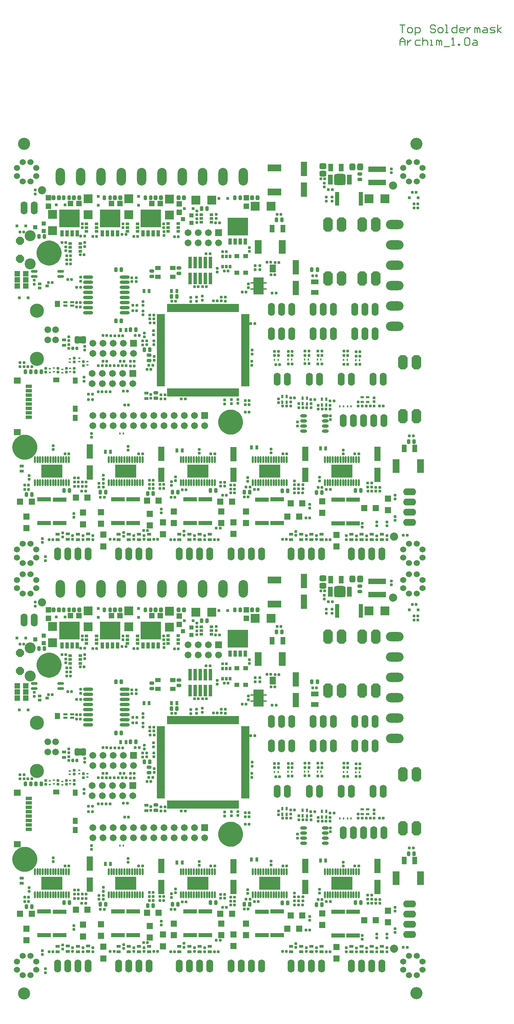
<source format=gts>
G04 Layer_Color=8388736*
%FSLAX25Y25*%
%MOIN*%
G70*
G01*
G75*
%ADD12C,0.01000*%
%ADD68C,0.06000*%
%ADD215C,0.12205*%
%ADD216R,0.03543X0.07045*%
%ADD217R,0.10400X0.16800*%
G04:AMPARAMS|DCode=218|XSize=118.74mil|YSize=118.74mil|CornerRadius=59.37mil|HoleSize=0mil|Usage=FLASHONLY|Rotation=90.000|XOffset=0mil|YOffset=0mil|HoleType=Round|Shape=RoundedRectangle|*
%AMROUNDEDRECTD218*
21,1,0.11874,0.00000,0,0,90.0*
21,1,0.00000,0.11874,0,0,90.0*
1,1,0.11874,0.00000,0.00000*
1,1,0.11874,0.00000,0.00000*
1,1,0.11874,0.00000,0.00000*
1,1,0.11874,0.00000,0.00000*
%
%ADD218ROUNDEDRECTD218*%
G04:AMPARAMS|DCode=219|XSize=54mil|YSize=71mil|CornerRadius=15.5mil|HoleSize=0mil|Usage=FLASHONLY|Rotation=180.000|XOffset=0mil|YOffset=0mil|HoleType=Round|Shape=RoundedRectangle|*
%AMROUNDEDRECTD219*
21,1,0.05400,0.04000,0,0,180.0*
21,1,0.02300,0.07100,0,0,180.0*
1,1,0.03100,-0.01150,0.02000*
1,1,0.03100,0.01150,0.02000*
1,1,0.03100,0.01150,-0.02000*
1,1,0.03100,-0.01150,-0.02000*
%
%ADD219ROUNDEDRECTD219*%
%ADD220O,0.06509X0.02965*%
G04:AMPARAMS|DCode=221|XSize=26mil|YSize=28mil|CornerRadius=6.4mil|HoleSize=0mil|Usage=FLASHONLY|Rotation=0.000|XOffset=0mil|YOffset=0mil|HoleType=Round|Shape=RoundedRectangle|*
%AMROUNDEDRECTD221*
21,1,0.02600,0.01520,0,0,0.0*
21,1,0.01320,0.02800,0,0,0.0*
1,1,0.01280,0.00660,-0.00760*
1,1,0.01280,-0.00660,-0.00760*
1,1,0.01280,-0.00660,0.00760*
1,1,0.01280,0.00660,0.00760*
%
%ADD221ROUNDEDRECTD221*%
%ADD222R,0.03550X0.02565*%
G04:AMPARAMS|DCode=223|XSize=26mil|YSize=28mil|CornerRadius=6.4mil|HoleSize=0mil|Usage=FLASHONLY|Rotation=270.000|XOffset=0mil|YOffset=0mil|HoleType=Round|Shape=RoundedRectangle|*
%AMROUNDEDRECTD223*
21,1,0.02600,0.01520,0,0,270.0*
21,1,0.01320,0.02800,0,0,270.0*
1,1,0.01280,-0.00760,-0.00660*
1,1,0.01280,-0.00760,0.00660*
1,1,0.01280,0.00760,0.00660*
1,1,0.01280,0.00760,-0.00660*
%
%ADD223ROUNDEDRECTD223*%
G04:AMPARAMS|DCode=224|XSize=33.13mil|YSize=43.37mil|CornerRadius=7.83mil|HoleSize=0mil|Usage=FLASHONLY|Rotation=0.000|XOffset=0mil|YOffset=0mil|HoleType=Round|Shape=RoundedRectangle|*
%AMROUNDEDRECTD224*
21,1,0.03313,0.02772,0,0,0.0*
21,1,0.01748,0.04337,0,0,0.0*
1,1,0.01565,0.00874,-0.01386*
1,1,0.01565,-0.00874,-0.01386*
1,1,0.01565,-0.00874,0.01386*
1,1,0.01565,0.00874,0.01386*
%
%ADD224ROUNDEDRECTD224*%
%ADD225R,0.03865X0.03038*%
%ADD226R,0.03038X0.03865*%
%ADD227R,0.02400X0.03200*%
%ADD228R,0.06312X0.14186*%
%ADD229R,0.13792X0.04343*%
%ADD230R,0.08471X0.08471*%
%ADD231O,0.03550X0.01502*%
%ADD232O,0.01502X0.03550*%
%ADD233R,0.06305X0.04928*%
%ADD234R,0.07093X0.05912*%
%ADD235R,0.04928X0.06305*%
%ADD236R,0.06305X0.03550*%
%ADD237R,0.02800X0.02800*%
%ADD238R,0.02080X0.01863*%
%ADD239R,0.03943X0.01975*%
%ADD240R,0.04737X0.04343*%
%ADD241R,0.04400X0.04000*%
%ADD242R,0.02800X0.02800*%
%ADD243R,0.02762X0.03747*%
%ADD244R,0.03747X0.02762*%
%ADD245R,0.05131X0.07493*%
G04:AMPARAMS|DCode=246|XSize=80mil|YSize=80mil|CornerRadius=40mil|HoleSize=0mil|Usage=FLASHONLY|Rotation=270.000|XOffset=0mil|YOffset=0mil|HoleType=Round|Shape=RoundedRectangle|*
%AMROUNDEDRECTD246*
21,1,0.08000,0.00000,0,0,270.0*
21,1,0.00000,0.08000,0,0,270.0*
1,1,0.08000,0.00000,0.00000*
1,1,0.08000,0.00000,0.00000*
1,1,0.08000,0.00000,0.00000*
1,1,0.08000,0.00000,0.00000*
%
%ADD246ROUNDEDRECTD246*%
G04:AMPARAMS|DCode=247|XSize=80mil|YSize=80mil|CornerRadius=40mil|HoleSize=0mil|Usage=FLASHONLY|Rotation=0.000|XOffset=0mil|YOffset=0mil|HoleType=Round|Shape=RoundedRectangle|*
%AMROUNDEDRECTD247*
21,1,0.08000,0.00000,0,0,0.0*
21,1,0.00000,0.08000,0,0,0.0*
1,1,0.08000,0.00000,0.00000*
1,1,0.08000,0.00000,0.00000*
1,1,0.08000,0.00000,0.00000*
1,1,0.08000,0.00000,0.00000*
%
%ADD247ROUNDEDRECTD247*%
%ADD248R,0.13400X0.07100*%
%ADD249R,0.07100X0.13400*%
G04:AMPARAMS|DCode=250|XSize=37.13mil|YSize=47.37mil|CornerRadius=9.83mil|HoleSize=0mil|Usage=FLASHONLY|Rotation=0.000|XOffset=0mil|YOffset=0mil|HoleType=Round|Shape=RoundedRectangle|*
%AMROUNDEDRECTD250*
21,1,0.03713,0.02772,0,0,0.0*
21,1,0.01748,0.04737,0,0,0.0*
1,1,0.01965,0.00874,-0.01386*
1,1,0.01965,-0.00874,-0.01386*
1,1,0.01965,-0.00874,0.01386*
1,1,0.01965,0.00874,0.01386*
%
%ADD250ROUNDEDRECTD250*%
G04:AMPARAMS|DCode=251|XSize=33.13mil|YSize=43.37mil|CornerRadius=7.83mil|HoleSize=0mil|Usage=FLASHONLY|Rotation=90.000|XOffset=0mil|YOffset=0mil|HoleType=Round|Shape=RoundedRectangle|*
%AMROUNDEDRECTD251*
21,1,0.03313,0.02772,0,0,90.0*
21,1,0.01748,0.04337,0,0,90.0*
1,1,0.01565,0.01386,0.00874*
1,1,0.01565,0.01386,-0.00874*
1,1,0.01565,-0.01386,-0.00874*
1,1,0.01565,-0.01386,0.00874*
%
%ADD251ROUNDEDRECTD251*%
%ADD252O,0.09855X0.03162*%
%ADD253O,0.07887X0.01981*%
%ADD254O,0.01981X0.07887*%
%ADD255R,0.02126X0.02598*%
%ADD256R,0.06063X0.02520*%
%ADD257R,0.17532X0.05446*%
%ADD258R,0.04343X0.13792*%
%ADD259R,0.03753X0.11824*%
G04:AMPARAMS|DCode=260|XSize=30mil|YSize=32mil|CornerRadius=8.4mil|HoleSize=0mil|Usage=FLASHONLY|Rotation=180.000|XOffset=0mil|YOffset=0mil|HoleType=Round|Shape=RoundedRectangle|*
%AMROUNDEDRECTD260*
21,1,0.03000,0.01520,0,0,180.0*
21,1,0.01320,0.03200,0,0,180.0*
1,1,0.01680,-0.00660,0.00760*
1,1,0.01680,0.00660,0.00760*
1,1,0.01680,0.00660,-0.00760*
1,1,0.01680,-0.00660,-0.00760*
%
%ADD260ROUNDEDRECTD260*%
%ADD261O,0.06706X0.03162*%
%ADD262R,0.07493X0.05131*%
%ADD263R,0.03200X0.02400*%
%ADD264R,0.01581X0.01975*%
%ADD265R,0.01975X0.01581*%
%ADD266R,0.06312X0.05918*%
%ADD267R,0.05918X0.06312*%
%ADD268R,0.05524X0.04343*%
%ADD269R,0.05600X0.05600*%
%ADD270R,0.05600X0.05600*%
%ADD271R,0.08700X0.08700*%
%ADD272R,0.08700X0.08700*%
G04:AMPARAMS|DCode=273|XSize=60mil|YSize=68mil|CornerRadius=17mil|HoleSize=0mil|Usage=FLASHONLY|Rotation=180.000|XOffset=0mil|YOffset=0mil|HoleType=Round|Shape=RoundedRectangle|*
%AMROUNDEDRECTD273*
21,1,0.06000,0.03400,0,0,180.0*
21,1,0.02600,0.06800,0,0,180.0*
1,1,0.03400,-0.01300,0.01700*
1,1,0.03400,0.01300,0.01700*
1,1,0.03400,0.01300,-0.01700*
1,1,0.03400,-0.01300,-0.01700*
%
%ADD273ROUNDEDRECTD273*%
G04:AMPARAMS|DCode=274|XSize=60mil|YSize=68mil|CornerRadius=17mil|HoleSize=0mil|Usage=FLASHONLY|Rotation=90.000|XOffset=0mil|YOffset=0mil|HoleType=Round|Shape=RoundedRectangle|*
%AMROUNDEDRECTD274*
21,1,0.06000,0.03400,0,0,90.0*
21,1,0.02600,0.06800,0,0,90.0*
1,1,0.03400,0.01700,0.01300*
1,1,0.03400,0.01700,-0.01300*
1,1,0.03400,-0.01700,-0.01300*
1,1,0.03400,-0.01700,0.01300*
%
%ADD274ROUNDEDRECTD274*%
%ADD275R,0.20951X0.12605*%
%ADD276O,0.01778X0.07093*%
%ADD277R,0.20500X0.17800*%
%ADD278R,0.03600X0.06400*%
%ADD279R,0.04816X0.01981*%
G04:AMPARAMS|DCode=280|XSize=113mil|YSize=113mil|CornerRadius=30.25mil|HoleSize=0mil|Usage=FLASHONLY|Rotation=0.000|XOffset=0mil|YOffset=0mil|HoleType=Round|Shape=RoundedRectangle|*
%AMROUNDEDRECTD280*
21,1,0.11300,0.05250,0,0,0.0*
21,1,0.05250,0.11300,0,0,0.0*
1,1,0.06050,0.02625,-0.02625*
1,1,0.06050,-0.02625,-0.02625*
1,1,0.06050,-0.02625,0.02625*
1,1,0.06050,0.02625,0.02625*
%
%ADD280ROUNDEDRECTD280*%
%ADD281O,0.06800X0.12800*%
%ADD282C,0.06706*%
%ADD283R,0.06706X0.06706*%
%ADD284C,0.13850*%
%ADD285C,0.06600*%
%ADD286C,0.10800*%
%ADD287P,0.08443X8X292.5*%
%ADD288O,0.09050X0.17300*%
G04:AMPARAMS|DCode=289|XSize=141mil|YSize=91mil|CornerRadius=0mil|HoleSize=0mil|Usage=FLASHONLY|Rotation=90.000|XOffset=0mil|YOffset=0mil|HoleType=Round|Shape=Octagon|*
%AMOCTAGOND289*
4,1,8,0.02275,0.07050,-0.02275,0.07050,-0.04550,0.04775,-0.04550,-0.04775,-0.02275,-0.07050,0.02275,-0.07050,0.04550,-0.04775,0.04550,0.04775,0.02275,0.07050,0.0*
%
%ADD289OCTAGOND289*%

%ADD290O,0.12800X0.06800*%
%ADD291O,0.17300X0.09050*%
%ADD292C,0.03300*%
G36*
X73027Y687782D02*
X68322D01*
X68323Y687782D01*
X68322D01*
Y693573D01*
X73027D01*
Y687782D01*
D02*
G37*
G36*
X249328Y690188D02*
X249344Y683661D01*
Y682696D01*
X178463D01*
Y690574D01*
X249328D01*
Y690188D01*
D02*
G37*
G36*
X176302Y609673D02*
X168424D01*
Y680539D01*
X168809D01*
X175337Y680554D01*
X176302D01*
Y609673D01*
D02*
G37*
G36*
X259364Y609669D02*
X258978D01*
X252451Y609653D01*
X251486D01*
Y680535D01*
X259364D01*
Y609669D01*
D02*
G37*
G36*
X249325Y599634D02*
X178459D01*
Y600020D01*
X178443Y606547D01*
Y607512D01*
X249325D01*
Y599634D01*
D02*
G37*
G36*
X73027Y282782D02*
X68322D01*
X68323Y282782D01*
X68322D01*
Y288573D01*
X73027D01*
Y282782D01*
D02*
G37*
G36*
X249328Y285188D02*
X249344Y278661D01*
Y277696D01*
X178463D01*
Y285574D01*
X249328D01*
Y285188D01*
D02*
G37*
G36*
X176302Y204673D02*
X168424D01*
Y275539D01*
X168809D01*
X175337Y275554D01*
X176302D01*
Y204673D01*
D02*
G37*
G36*
X259364Y204669D02*
X258978D01*
X252451Y204653D01*
X251486D01*
Y275535D01*
X259364D01*
Y204669D01*
D02*
G37*
G36*
X249325Y194634D02*
X178459D01*
Y195020D01*
X178443Y201547D01*
Y202512D01*
X249325D01*
Y194634D01*
D02*
G37*
G54D12*
X407369Y944840D02*
Y949838D01*
X409869Y952337D01*
X412368Y949838D01*
Y944840D01*
Y948589D01*
X407369D01*
X414867Y949838D02*
Y944840D01*
Y947339D01*
X416117Y948589D01*
X417366Y949838D01*
X418616D01*
X427363D02*
X423614D01*
X422365Y948589D01*
Y946089D01*
X423614Y944840D01*
X427363D01*
X429862Y952337D02*
Y944840D01*
Y948589D01*
X431112Y949838D01*
X433611D01*
X434861Y948589D01*
Y944840D01*
X437360D02*
X439859D01*
X438609D01*
Y949838D01*
X437360D01*
X443608Y944840D02*
Y949838D01*
X444857D01*
X446107Y948589D01*
Y944840D01*
Y948589D01*
X447357Y949838D01*
X448606Y948589D01*
Y944840D01*
X451105Y943590D02*
X456104D01*
X458603Y944840D02*
X461102D01*
X459853D01*
Y952337D01*
X458603Y951088D01*
X464851Y944840D02*
Y946089D01*
X466101D01*
Y944840D01*
X464851D01*
X471099Y951088D02*
X472348Y952337D01*
X474848D01*
X476097Y951088D01*
Y946089D01*
X474848Y944840D01*
X472348D01*
X471099Y946089D01*
Y951088D01*
X479846Y949838D02*
X482345D01*
X483595Y948589D01*
Y944840D01*
X479846D01*
X478596Y946089D01*
X479846Y947339D01*
X483595D01*
X407369Y964837D02*
X412368D01*
X409869D01*
Y957340D01*
X416117D02*
X418616D01*
X419865Y958589D01*
Y961089D01*
X418616Y962338D01*
X416117D01*
X414867Y961089D01*
Y958589D01*
X416117Y957340D01*
X422365Y954841D02*
Y962338D01*
X426113D01*
X427363Y961089D01*
Y958589D01*
X426113Y957340D01*
X422365D01*
X442358Y963588D02*
X441109Y964837D01*
X438609D01*
X437360Y963588D01*
Y962338D01*
X438609Y961089D01*
X441109D01*
X442358Y959839D01*
Y958589D01*
X441109Y957340D01*
X438609D01*
X437360Y958589D01*
X446107Y957340D02*
X448606D01*
X449856Y958589D01*
Y961089D01*
X448606Y962338D01*
X446107D01*
X444857Y961089D01*
Y958589D01*
X446107Y957340D01*
X452355D02*
X454854D01*
X453605D01*
Y964837D01*
X452355D01*
X463601D02*
Y957340D01*
X459853D01*
X458603Y958589D01*
Y961089D01*
X459853Y962338D01*
X463601D01*
X469849Y957340D02*
X467350D01*
X466101Y958589D01*
Y961089D01*
X467350Y962338D01*
X469849D01*
X471099Y961089D01*
Y959839D01*
X466101D01*
X473598Y962338D02*
Y957340D01*
Y959839D01*
X474848Y961089D01*
X476097Y962338D01*
X477347D01*
X481096Y957340D02*
Y962338D01*
X482345D01*
X483595Y961089D01*
Y957340D01*
Y961089D01*
X484844Y962338D01*
X486094Y961089D01*
Y957340D01*
X489843Y962338D02*
X492342D01*
X493592Y961089D01*
Y957340D01*
X489843D01*
X488593Y958589D01*
X489843Y959839D01*
X493592D01*
X496091Y957340D02*
X499840D01*
X501089Y958589D01*
X499840Y959839D01*
X497340D01*
X496091Y961089D01*
X497340Y962338D01*
X501089D01*
X503588Y957340D02*
Y964837D01*
Y959839D02*
X507337Y962338D01*
X503588Y959839D02*
X507337Y957340D01*
G54D68*
X44331Y405945D02*
D03*
X36457D02*
D03*
X30945Y411457D02*
D03*
Y419331D02*
D03*
X36457Y424843D02*
D03*
X44331D02*
D03*
X49843Y419331D02*
D03*
Y411457D02*
D03*
X424331Y405945D02*
D03*
X416457D02*
D03*
X410945Y411457D02*
D03*
Y419331D02*
D03*
X416457Y424843D02*
D03*
X424331D02*
D03*
X429843Y419331D02*
D03*
Y411457D02*
D03*
X44331Y30945D02*
D03*
X36457D02*
D03*
X30945Y36457D02*
D03*
Y44331D02*
D03*
X36457Y49843D02*
D03*
X44331D02*
D03*
X49843Y44331D02*
D03*
Y36457D02*
D03*
X424331Y30945D02*
D03*
X416457D02*
D03*
X410945Y36457D02*
D03*
Y44331D02*
D03*
X416457Y49843D02*
D03*
X424331D02*
D03*
X429843Y44331D02*
D03*
Y36457D02*
D03*
X44331Y810945D02*
D03*
X36457D02*
D03*
X30945Y816457D02*
D03*
Y824331D02*
D03*
X36457Y829842D02*
D03*
X44331D02*
D03*
X49843Y824331D02*
D03*
Y816457D02*
D03*
X424331Y810945D02*
D03*
X416457D02*
D03*
X410945Y816457D02*
D03*
Y824331D02*
D03*
X416457Y829842D02*
D03*
X424331D02*
D03*
X429843Y824331D02*
D03*
Y816457D02*
D03*
X44331Y435945D02*
D03*
X36457D02*
D03*
X30945Y441457D02*
D03*
Y449331D02*
D03*
X36457Y454843D02*
D03*
X44331D02*
D03*
X49843Y449331D02*
D03*
Y441457D02*
D03*
X424331Y435945D02*
D03*
X416457D02*
D03*
X410945Y441457D02*
D03*
Y449331D02*
D03*
X416457Y454843D02*
D03*
X424331D02*
D03*
X429843Y449331D02*
D03*
Y441457D02*
D03*
G54D215*
X246996Y169694D02*
X246913Y170698D01*
X246665Y171675D01*
X246261Y172598D01*
X245709Y173442D01*
X245027Y174183D01*
X244231Y174802D01*
X243345Y175282D01*
X242392Y175609D01*
X241398Y175775D01*
X240390D01*
X239396Y175609D01*
X238442Y175282D01*
X237556Y174802D01*
X236761Y174183D01*
X236078Y173442D01*
X235527Y172598D01*
X235122Y171675D01*
X234875Y170698D01*
X234791Y169694D01*
X234875Y168689D01*
X235122Y167712D01*
X235527Y166789D01*
X236078Y165946D01*
X236761Y165204D01*
X237556Y164585D01*
X238442Y164105D01*
X239396Y163778D01*
X240390Y163612D01*
X241398D01*
X242392Y163778D01*
X243345Y164105D01*
X244231Y164585D01*
X245027Y165204D01*
X245709Y165946D01*
X246261Y166789D01*
X246665Y167712D01*
X246913Y168689D01*
X246996Y169694D01*
X68396Y335894D02*
X68313Y336898D01*
X68065Y337875D01*
X67661Y338798D01*
X67109Y339642D01*
X66427Y340383D01*
X65631Y341002D01*
X64745Y341482D01*
X63792Y341809D01*
X62798Y341975D01*
X61790D01*
X60796Y341809D01*
X59842Y341482D01*
X58956Y341002D01*
X58161Y340383D01*
X57478Y339642D01*
X56927Y338798D01*
X56522Y337875D01*
X56275Y336898D01*
X56191Y335894D01*
X56275Y334889D01*
X56522Y333912D01*
X56927Y332989D01*
X57478Y332146D01*
X58161Y331404D01*
X58956Y330785D01*
X59842Y330305D01*
X60796Y329978D01*
X61790Y329812D01*
X62798D01*
X63792Y329978D01*
X64745Y330305D01*
X65631Y330785D01*
X66427Y331404D01*
X67109Y332146D01*
X67661Y332989D01*
X68065Y333912D01*
X68313Y334889D01*
X68396Y335894D01*
X44540Y144959D02*
X44457Y145964D01*
X44209Y146941D01*
X43804Y147864D01*
X43253Y148707D01*
X42570Y149449D01*
X41775Y150068D01*
X40889Y150548D01*
X39935Y150875D01*
X38941Y151041D01*
X37934D01*
X36939Y150875D01*
X35986Y150548D01*
X35100Y150068D01*
X34304Y149449D01*
X33622Y148707D01*
X33071Y147864D01*
X32666Y146941D01*
X32418Y145964D01*
X32335Y144959D01*
X32418Y143955D01*
X32666Y142978D01*
X33071Y142055D01*
X33622Y141211D01*
X34304Y140470D01*
X35100Y139851D01*
X35986Y139371D01*
X36939Y139044D01*
X37934Y138878D01*
X38941D01*
X39935Y139044D01*
X40889Y139371D01*
X41775Y139851D01*
X42570Y140470D01*
X43253Y141211D01*
X43804Y142055D01*
X44209Y142978D01*
X44457Y143955D01*
X44540Y144959D01*
X246996Y574694D02*
X246913Y575698D01*
X246665Y576675D01*
X246261Y577598D01*
X245709Y578442D01*
X245027Y579183D01*
X244231Y579802D01*
X243345Y580282D01*
X242392Y580609D01*
X241398Y580775D01*
X240390D01*
X239396Y580609D01*
X238442Y580282D01*
X237556Y579802D01*
X236761Y579183D01*
X236078Y578442D01*
X235527Y577598D01*
X235122Y576675D01*
X234875Y575698D01*
X234791Y574694D01*
X234875Y573689D01*
X235122Y572712D01*
X235527Y571789D01*
X236078Y570946D01*
X236761Y570204D01*
X237556Y569585D01*
X238442Y569105D01*
X239396Y568778D01*
X240390Y568612D01*
X241398D01*
X242392Y568778D01*
X243345Y569105D01*
X244231Y569585D01*
X245027Y570204D01*
X245709Y570946D01*
X246261Y571789D01*
X246665Y572712D01*
X246913Y573689D01*
X246996Y574694D01*
X68396Y740894D02*
X68313Y741898D01*
X68065Y742875D01*
X67661Y743798D01*
X67109Y744642D01*
X66427Y745383D01*
X65631Y746002D01*
X64745Y746482D01*
X63792Y746809D01*
X62798Y746975D01*
X61790D01*
X60796Y746809D01*
X59842Y746482D01*
X58956Y746002D01*
X58161Y745383D01*
X57478Y744642D01*
X56927Y743798D01*
X56522Y742875D01*
X56275Y741898D01*
X56191Y740894D01*
X56275Y739889D01*
X56522Y738912D01*
X56927Y737989D01*
X57478Y737146D01*
X58161Y736404D01*
X58956Y735785D01*
X59842Y735305D01*
X60796Y734978D01*
X61790Y734812D01*
X62798D01*
X63792Y734978D01*
X64745Y735305D01*
X65631Y735785D01*
X66427Y736404D01*
X67109Y737146D01*
X67661Y737989D01*
X68065Y738912D01*
X68313Y739889D01*
X68396Y740894D01*
X44540Y549959D02*
X44457Y550964D01*
X44209Y551941D01*
X43804Y552864D01*
X43253Y553707D01*
X42570Y554449D01*
X41775Y555068D01*
X40889Y555548D01*
X39935Y555875D01*
X38941Y556041D01*
X37934D01*
X36939Y555875D01*
X35986Y555548D01*
X35100Y555068D01*
X34304Y554449D01*
X33622Y553707D01*
X33071Y552864D01*
X32666Y551941D01*
X32418Y550964D01*
X32335Y549959D01*
X32418Y548955D01*
X32666Y547978D01*
X33071Y547055D01*
X33622Y546211D01*
X34304Y545470D01*
X35100Y544851D01*
X35986Y544371D01*
X36939Y544044D01*
X37934Y543878D01*
X38941D01*
X39935Y544044D01*
X40889Y544371D01*
X41775Y544851D01*
X42570Y545470D01*
X43253Y546211D01*
X43804Y547055D01*
X44209Y547978D01*
X44457Y548955D01*
X44540Y549959D01*
G54D216*
X93392Y250316D02*
D03*
Y655316D02*
D03*
G54D217*
X268502Y303445D02*
D03*
Y708445D02*
D03*
G54D218*
X37894Y847974D02*
D03*
X423780D02*
D03*
Y13189D02*
D03*
X37894Y12894D02*
D03*
G54D219*
X90294Y250394D02*
D03*
X96294D02*
D03*
X90294Y655394D02*
D03*
X96294D02*
D03*
G54D220*
X73736Y312755D02*
D03*
Y317755D02*
D03*
X47948Y312755D02*
D03*
Y317755D02*
D03*
X73736Y717755D02*
D03*
Y722755D02*
D03*
X47948Y717755D02*
D03*
Y722755D02*
D03*
G54D221*
X61760Y306808D02*
D03*
X65550D02*
D03*
X84497Y309658D02*
D03*
X80707D02*
D03*
X110788Y199489D02*
D03*
X114577D02*
D03*
X118671Y199457D02*
D03*
X122460D02*
D03*
X135635Y199936D02*
D03*
X139425D02*
D03*
X146161Y224824D02*
D03*
X142372D02*
D03*
X134494Y224994D02*
D03*
X138284D02*
D03*
X130437Y224916D02*
D03*
X126647D02*
D03*
X118838Y225028D02*
D03*
X122628D02*
D03*
X119287Y229347D02*
D03*
X115498D02*
D03*
X114793Y225003D02*
D03*
X111003D02*
D03*
X115512Y254541D02*
D03*
X119302D02*
D03*
X127109Y254453D02*
D03*
X123319D02*
D03*
X134951Y254454D02*
D03*
X131161D02*
D03*
X147242Y254548D02*
D03*
X151031D02*
D03*
X196441Y192407D02*
D03*
X192652D02*
D03*
X220698Y335001D02*
D03*
X216928D02*
D03*
X260929Y266224D02*
D03*
X264719D02*
D03*
X318096Y235148D02*
D03*
X314326D02*
D03*
X330794Y235042D02*
D03*
X327024D02*
D03*
X356340Y234983D02*
D03*
X352570D02*
D03*
X364545Y238610D02*
D03*
X368335D02*
D03*
X368323Y234468D02*
D03*
X364553D02*
D03*
X364523Y226442D02*
D03*
X368313D02*
D03*
X342704Y190163D02*
D03*
X338914D02*
D03*
X331067Y182347D02*
D03*
X334857D02*
D03*
X323723Y191592D02*
D03*
X319933D02*
D03*
X312131Y183782D02*
D03*
X315921D02*
D03*
X292294Y185394D02*
D03*
X296083D02*
D03*
X379884Y101794D02*
D03*
X376094D02*
D03*
X367094Y138294D02*
D03*
X363324D02*
D03*
X335316Y103394D02*
D03*
X339106D02*
D03*
X327194Y105294D02*
D03*
X330964D02*
D03*
X296194Y138294D02*
D03*
X292424D02*
D03*
X311784Y100094D02*
D03*
X307994D02*
D03*
X315194Y75194D02*
D03*
X318964D02*
D03*
X338894Y54094D02*
D03*
X335124D02*
D03*
X292094Y54194D02*
D03*
X295864D02*
D03*
X260084Y105794D02*
D03*
X256294D02*
D03*
X268194Y103294D02*
D03*
X264424D02*
D03*
X254394Y95994D02*
D03*
X258164D02*
D03*
X236794Y97594D02*
D03*
X233024D02*
D03*
X182494Y95794D02*
D03*
X186264D02*
D03*
X230694Y65494D02*
D03*
X226924D02*
D03*
X228794Y54094D02*
D03*
X225024D02*
D03*
X182094D02*
D03*
X185864D02*
D03*
X154394Y138294D02*
D03*
X150624D02*
D03*
X161194Y112394D02*
D03*
X164964D02*
D03*
X164983Y108294D02*
D03*
X161194D02*
D03*
X175284D02*
D03*
X171494D02*
D03*
Y104194D02*
D03*
X175264D02*
D03*
X164983D02*
D03*
X161194D02*
D03*
X159294Y63094D02*
D03*
X155524D02*
D03*
X169257Y54169D02*
D03*
X165487D02*
D03*
X42283Y103494D02*
D03*
X38494D02*
D03*
X91184Y106494D02*
D03*
X87394D02*
D03*
X91184Y110594D02*
D03*
X87394D02*
D03*
X98984D02*
D03*
X95194D02*
D03*
X87394Y114694D02*
D03*
X91164D02*
D03*
X122594Y54194D02*
D03*
X126364D02*
D03*
X112994Y95694D02*
D03*
X116764D02*
D03*
X98364Y101694D02*
D03*
X94594D02*
D03*
X81794Y138294D02*
D03*
X78024D02*
D03*
X38494Y107594D02*
D03*
X42264D02*
D03*
X95194Y106494D02*
D03*
X98964D02*
D03*
X62524Y53994D02*
D03*
X66294D02*
D03*
X205563Y302555D02*
D03*
X209353D02*
D03*
X217165Y302647D02*
D03*
X213375D02*
D03*
X284264Y238948D02*
D03*
X288054D02*
D03*
X234903Y317941D02*
D03*
X238673D02*
D03*
X189613Y351694D02*
D03*
X185843D02*
D03*
X145728Y351969D02*
D03*
X149498D02*
D03*
X109341Y351870D02*
D03*
X105571D02*
D03*
X244864Y103694D02*
D03*
X241094D02*
D03*
X41670Y223875D02*
D03*
X45440D02*
D03*
X290664Y373794D02*
D03*
X286894D02*
D03*
X33921Y223899D02*
D03*
X37711D02*
D03*
Y227899D02*
D03*
X33941D02*
D03*
X241094Y107736D02*
D03*
X244883D02*
D03*
X244864Y99894D02*
D03*
X241094D02*
D03*
X225394Y138294D02*
D03*
X221624D02*
D03*
X197336Y103094D02*
D03*
X193566D02*
D03*
X230064Y365394D02*
D03*
X226294D02*
D03*
X93118Y334081D02*
D03*
X96888D02*
D03*
X318101Y226908D02*
D03*
X314311D02*
D03*
X330781Y226754D02*
D03*
X326991D02*
D03*
X356297Y226439D02*
D03*
X352508D02*
D03*
X75094Y345994D02*
D03*
X78883D02*
D03*
X285467Y225996D02*
D03*
X289257D02*
D03*
X301610Y239153D02*
D03*
X297820D02*
D03*
X297799Y226575D02*
D03*
X301589D02*
D03*
X281958Y296358D02*
D03*
X285748D02*
D03*
X233104Y336994D02*
D03*
X236894D02*
D03*
X280664Y326594D02*
D03*
X276894D02*
D03*
X186994Y288194D02*
D03*
X183224D02*
D03*
X164364Y225494D02*
D03*
X160594D02*
D03*
X224094Y288594D02*
D03*
X227864D02*
D03*
X162464Y221394D02*
D03*
X158694D02*
D03*
X93364Y301994D02*
D03*
X89594D02*
D03*
X161994Y266994D02*
D03*
X165764D02*
D03*
X144894Y278894D02*
D03*
X148684D02*
D03*
X148784Y284394D02*
D03*
X144994D02*
D03*
X89494Y287094D02*
D03*
X93283D02*
D03*
X93283Y282694D02*
D03*
X89494D02*
D03*
X337355Y397936D02*
D03*
X341125D02*
D03*
X83526Y333084D02*
D03*
X79737D02*
D03*
X329725Y408736D02*
D03*
X333515D02*
D03*
X284262Y234870D02*
D03*
X288032D02*
D03*
X301606Y235109D02*
D03*
X297836D02*
D03*
X93597Y352486D02*
D03*
X97387D02*
D03*
X138025Y353949D02*
D03*
X134235D02*
D03*
X280694Y314294D02*
D03*
X284464D02*
D03*
X83499Y329094D02*
D03*
X79709D02*
D03*
X79708Y324988D02*
D03*
X83498D02*
D03*
X356336Y239216D02*
D03*
X352546D02*
D03*
X330806Y239222D02*
D03*
X327016D02*
D03*
X321824Y313394D02*
D03*
X325594D02*
D03*
X417004Y156146D02*
D03*
X420774D02*
D03*
X136840Y186447D02*
D03*
X140630D02*
D03*
X252561Y297177D02*
D03*
X256351D02*
D03*
X303994Y193294D02*
D03*
X300204D02*
D03*
X318113Y239282D02*
D03*
X314323D02*
D03*
X425315Y384060D02*
D03*
X421545D02*
D03*
X421555Y380060D02*
D03*
X425345D02*
D03*
X414694Y58194D02*
D03*
X410904D02*
D03*
X419862Y395457D02*
D03*
X423652D02*
D03*
X33804Y356494D02*
D03*
X37594D02*
D03*
X255389Y179340D02*
D03*
X259178D02*
D03*
X255418Y190793D02*
D03*
X259207D02*
D03*
X255409Y186819D02*
D03*
X259198D02*
D03*
X370572Y185424D02*
D03*
X374361D02*
D03*
X378433Y185432D02*
D03*
X382223D02*
D03*
X391323Y185435D02*
D03*
X387554D02*
D03*
X105066Y196846D02*
D03*
X101296D02*
D03*
X105099Y191671D02*
D03*
X101310D02*
D03*
X136301Y229362D02*
D03*
X132511D02*
D03*
X146194Y229194D02*
D03*
X142404D02*
D03*
X288594Y326494D02*
D03*
X284824D02*
D03*
X61760Y711808D02*
D03*
X65550D02*
D03*
X84497Y714657D02*
D03*
X80707D02*
D03*
X110788Y604489D02*
D03*
X114577D02*
D03*
X118671Y604457D02*
D03*
X122460D02*
D03*
X135635Y604936D02*
D03*
X139425D02*
D03*
X146161Y629824D02*
D03*
X142372D02*
D03*
X134494Y629994D02*
D03*
X138284D02*
D03*
X130437Y629916D02*
D03*
X126647D02*
D03*
X118838Y630028D02*
D03*
X122628D02*
D03*
X119287Y634347D02*
D03*
X115498D02*
D03*
X114793Y630003D02*
D03*
X111003D02*
D03*
X115512Y659541D02*
D03*
X119302D02*
D03*
X127109Y659453D02*
D03*
X123319D02*
D03*
X134951Y659454D02*
D03*
X131161D02*
D03*
X147242Y659548D02*
D03*
X151031D02*
D03*
X196441Y597407D02*
D03*
X192652D02*
D03*
X220698Y740001D02*
D03*
X216928D02*
D03*
X260929Y671224D02*
D03*
X264719D02*
D03*
X318096Y640148D02*
D03*
X314326D02*
D03*
X330794Y640042D02*
D03*
X327024D02*
D03*
X356340Y639983D02*
D03*
X352570D02*
D03*
X364545Y643610D02*
D03*
X368335D02*
D03*
X368323Y639468D02*
D03*
X364553D02*
D03*
X364523Y631442D02*
D03*
X368313D02*
D03*
X342704Y595163D02*
D03*
X338914D02*
D03*
X331067Y587347D02*
D03*
X334857D02*
D03*
X323723Y596592D02*
D03*
X319933D02*
D03*
X312131Y588782D02*
D03*
X315921D02*
D03*
X292294Y590394D02*
D03*
X296083D02*
D03*
X379884Y506794D02*
D03*
X376094D02*
D03*
X367094Y543294D02*
D03*
X363324D02*
D03*
X335316Y508394D02*
D03*
X339106D02*
D03*
X327194Y510294D02*
D03*
X330964D02*
D03*
X296194Y543294D02*
D03*
X292424D02*
D03*
X311784Y505094D02*
D03*
X307994D02*
D03*
X315194Y480194D02*
D03*
X318964D02*
D03*
X338894Y459094D02*
D03*
X335124D02*
D03*
X292094Y459194D02*
D03*
X295864D02*
D03*
X260084Y510794D02*
D03*
X256294D02*
D03*
X268194Y508294D02*
D03*
X264424D02*
D03*
X254394Y500994D02*
D03*
X258164D02*
D03*
X236794Y502594D02*
D03*
X233024D02*
D03*
X182494Y500794D02*
D03*
X186264D02*
D03*
X230694Y470494D02*
D03*
X226924D02*
D03*
X228794Y459094D02*
D03*
X225024D02*
D03*
X182094D02*
D03*
X185864D02*
D03*
X154394Y543294D02*
D03*
X150624D02*
D03*
X161194Y517394D02*
D03*
X164964D02*
D03*
X164983Y513294D02*
D03*
X161194D02*
D03*
X175284D02*
D03*
X171494D02*
D03*
Y509194D02*
D03*
X175264D02*
D03*
X164983D02*
D03*
X161194D02*
D03*
X159294Y468094D02*
D03*
X155524D02*
D03*
X169257Y459169D02*
D03*
X165487D02*
D03*
X42283Y508494D02*
D03*
X38494D02*
D03*
X91184Y511494D02*
D03*
X87394D02*
D03*
X91184Y515594D02*
D03*
X87394D02*
D03*
X98984D02*
D03*
X95194D02*
D03*
X87394Y519694D02*
D03*
X91164D02*
D03*
X122594Y459194D02*
D03*
X126364D02*
D03*
X112994Y500694D02*
D03*
X116764D02*
D03*
X98364Y506694D02*
D03*
X94594D02*
D03*
X81794Y543294D02*
D03*
X78024D02*
D03*
X38494Y512594D02*
D03*
X42264D02*
D03*
X95194Y511494D02*
D03*
X98964D02*
D03*
X62524Y458994D02*
D03*
X66294D02*
D03*
X205563Y707555D02*
D03*
X209353D02*
D03*
X217165Y707648D02*
D03*
X213375D02*
D03*
X284264Y643948D02*
D03*
X288054D02*
D03*
X234903Y722941D02*
D03*
X238673D02*
D03*
X189613Y756694D02*
D03*
X185843D02*
D03*
X145728Y756968D02*
D03*
X149498D02*
D03*
X109341Y756870D02*
D03*
X105571D02*
D03*
X244864Y508694D02*
D03*
X241094D02*
D03*
X41670Y628875D02*
D03*
X45440D02*
D03*
X290664Y778794D02*
D03*
X286894D02*
D03*
X33921Y628899D02*
D03*
X37711D02*
D03*
Y632899D02*
D03*
X33941D02*
D03*
X241094Y512736D02*
D03*
X244883D02*
D03*
X244864Y504894D02*
D03*
X241094D02*
D03*
X225394Y543294D02*
D03*
X221624D02*
D03*
X197336Y508094D02*
D03*
X193566D02*
D03*
X230064Y770394D02*
D03*
X226294D02*
D03*
X93118Y739081D02*
D03*
X96888D02*
D03*
X318101Y631908D02*
D03*
X314311D02*
D03*
X330781Y631754D02*
D03*
X326991D02*
D03*
X356297Y631439D02*
D03*
X352508D02*
D03*
X75094Y750994D02*
D03*
X78883D02*
D03*
X285467Y630996D02*
D03*
X289257D02*
D03*
X301610Y644153D02*
D03*
X297820D02*
D03*
X297799Y631575D02*
D03*
X301589D02*
D03*
X281958Y701358D02*
D03*
X285748D02*
D03*
X233104Y741994D02*
D03*
X236894D02*
D03*
X280664Y731594D02*
D03*
X276894D02*
D03*
X186994Y693194D02*
D03*
X183224D02*
D03*
X164364Y630494D02*
D03*
X160594D02*
D03*
X224094Y693594D02*
D03*
X227864D02*
D03*
X162464Y626394D02*
D03*
X158694D02*
D03*
X93364Y706994D02*
D03*
X89594D02*
D03*
X161994Y671994D02*
D03*
X165764D02*
D03*
X144894Y683894D02*
D03*
X148684D02*
D03*
X148784Y689394D02*
D03*
X144994D02*
D03*
X89494Y692094D02*
D03*
X93283D02*
D03*
X93283Y687694D02*
D03*
X89494D02*
D03*
X337355Y802936D02*
D03*
X341125D02*
D03*
X83526Y738084D02*
D03*
X79737D02*
D03*
X329725Y813736D02*
D03*
X333515D02*
D03*
X284262Y639870D02*
D03*
X288032D02*
D03*
X301606Y640109D02*
D03*
X297836D02*
D03*
X93597Y757486D02*
D03*
X97387D02*
D03*
X138025Y758949D02*
D03*
X134235D02*
D03*
X280694Y719294D02*
D03*
X284464D02*
D03*
X83499Y734094D02*
D03*
X79709D02*
D03*
X79708Y729988D02*
D03*
X83498D02*
D03*
X356336Y644216D02*
D03*
X352546D02*
D03*
X330806Y644222D02*
D03*
X327016D02*
D03*
X321824Y718394D02*
D03*
X325594D02*
D03*
X417004Y561146D02*
D03*
X420774D02*
D03*
X136840Y591447D02*
D03*
X140630D02*
D03*
X252561Y702177D02*
D03*
X256351D02*
D03*
X303994Y598294D02*
D03*
X300204D02*
D03*
X318113Y644281D02*
D03*
X314323D02*
D03*
X425315Y789059D02*
D03*
X421545D02*
D03*
X421555Y785059D02*
D03*
X425345D02*
D03*
X414694Y463194D02*
D03*
X410904D02*
D03*
X419862Y800457D02*
D03*
X423652D02*
D03*
X33804Y761494D02*
D03*
X37594D02*
D03*
X255389Y584340D02*
D03*
X259178D02*
D03*
X255418Y595793D02*
D03*
X259207D02*
D03*
X255409Y591819D02*
D03*
X259198D02*
D03*
X370572Y590424D02*
D03*
X374361D02*
D03*
X378433Y590432D02*
D03*
X382223D02*
D03*
X391323Y590436D02*
D03*
X387554D02*
D03*
X105066Y601847D02*
D03*
X101296D02*
D03*
X105099Y596671D02*
D03*
X101310D02*
D03*
X136301Y634362D02*
D03*
X132511D02*
D03*
X146194Y634194D02*
D03*
X142404D02*
D03*
X288594Y731494D02*
D03*
X284824D02*
D03*
G54D222*
X53355Y305167D02*
D03*
Y301230D02*
D03*
X60441Y303199D02*
D03*
X53355Y710167D02*
D03*
Y706230D02*
D03*
X60441Y708199D02*
D03*
G54D223*
X47961Y308862D02*
D03*
Y305072D02*
D03*
X154374Y245485D02*
D03*
Y249275D02*
D03*
X104083Y154714D02*
D03*
Y158484D02*
D03*
X235349Y191266D02*
D03*
Y187476D02*
D03*
X207549Y292262D02*
D03*
Y288472D02*
D03*
X213269Y293281D02*
D03*
Y289491D02*
D03*
X366525Y189206D02*
D03*
Y185436D02*
D03*
X339003Y182356D02*
D03*
Y186146D02*
D03*
X327043Y186152D02*
D03*
Y182382D02*
D03*
X308094Y187594D02*
D03*
Y183824D02*
D03*
X300294Y185394D02*
D03*
Y189183D02*
D03*
X328594Y115494D02*
D03*
Y111724D02*
D03*
X387994Y105483D02*
D03*
Y101694D02*
D03*
X383894D02*
D03*
Y105464D02*
D03*
X379794Y105794D02*
D03*
Y109564D02*
D03*
X375694Y109583D02*
D03*
Y105794D02*
D03*
X351766Y138276D02*
D03*
Y142066D02*
D03*
X402694Y93924D02*
D03*
Y97694D02*
D03*
Y72924D02*
D03*
Y76694D02*
D03*
X384894Y71294D02*
D03*
Y67524D02*
D03*
X394894Y71394D02*
D03*
Y67624D02*
D03*
Y57894D02*
D03*
Y54124D02*
D03*
X384894Y57794D02*
D03*
Y54024D02*
D03*
X374894Y57794D02*
D03*
Y54024D02*
D03*
X370494Y70094D02*
D03*
Y66324D02*
D03*
X364894Y57794D02*
D03*
Y54024D02*
D03*
X354894Y54094D02*
D03*
Y57864D02*
D03*
X312194Y107894D02*
D03*
Y104124D02*
D03*
X307994Y107884D02*
D03*
Y104094D02*
D03*
X303894Y111683D02*
D03*
Y107894D02*
D03*
X280880Y139190D02*
D03*
Y142980D02*
D03*
X303994Y103894D02*
D03*
Y100124D02*
D03*
X318794Y88794D02*
D03*
Y85024D02*
D03*
X325394Y57994D02*
D03*
Y54224D02*
D03*
X315394Y57994D02*
D03*
Y54224D02*
D03*
X305294Y58194D02*
D03*
Y61964D02*
D03*
X257794Y114994D02*
D03*
Y111224D02*
D03*
X186894Y115694D02*
D03*
Y111924D02*
D03*
X215394Y57894D02*
D03*
Y54124D02*
D03*
X205394Y57994D02*
D03*
Y54224D02*
D03*
X195294Y58494D02*
D03*
Y62264D02*
D03*
X115694Y117164D02*
D03*
Y113394D02*
D03*
Y109394D02*
D03*
Y105624D02*
D03*
X172894Y83994D02*
D03*
Y80224D02*
D03*
X155894Y54194D02*
D03*
Y57964D02*
D03*
X145794Y57994D02*
D03*
Y54224D02*
D03*
X135794Y57294D02*
D03*
Y61064D02*
D03*
X66561Y142659D02*
D03*
Y146449D02*
D03*
X111594Y105604D02*
D03*
Y109394D02*
D03*
X140210Y142001D02*
D03*
Y145791D02*
D03*
X86994Y79794D02*
D03*
Y76024D02*
D03*
X75894Y56824D02*
D03*
Y60594D02*
D03*
X55794Y51294D02*
D03*
Y55064D02*
D03*
X42994Y117094D02*
D03*
Y113324D02*
D03*
X95694Y57864D02*
D03*
Y54094D02*
D03*
X105494Y57894D02*
D03*
Y54124D02*
D03*
X85594Y57964D02*
D03*
Y54194D02*
D03*
X258594Y301630D02*
D03*
Y305400D02*
D03*
X81959Y241889D02*
D03*
Y245659D02*
D03*
X81953Y253468D02*
D03*
Y249698D02*
D03*
X201694Y288094D02*
D03*
Y291883D02*
D03*
X227846Y320748D02*
D03*
Y316958D02*
D03*
X306794Y169594D02*
D03*
Y165804D02*
D03*
X176633Y192485D02*
D03*
Y196255D02*
D03*
X269783Y323248D02*
D03*
Y319458D02*
D03*
X259494Y341094D02*
D03*
Y337304D02*
D03*
X175294Y364384D02*
D03*
Y360594D02*
D03*
X135295Y360600D02*
D03*
Y364390D02*
D03*
X226794Y369794D02*
D03*
Y373584D02*
D03*
X231094Y110383D02*
D03*
Y106594D02*
D03*
X96085Y228845D02*
D03*
Y225055D02*
D03*
X148130Y311373D02*
D03*
Y307603D02*
D03*
X97628Y240187D02*
D03*
Y243957D02*
D03*
X235094Y106594D02*
D03*
Y110383D02*
D03*
X182694Y107294D02*
D03*
Y111083D02*
D03*
X207894Y365504D02*
D03*
Y369294D02*
D03*
X207794Y373294D02*
D03*
Y377083D02*
D03*
X175394Y353004D02*
D03*
Y356794D02*
D03*
X265256Y319458D02*
D03*
Y323248D02*
D03*
X78994Y341794D02*
D03*
Y338004D02*
D03*
X97494Y345883D02*
D03*
Y342094D02*
D03*
X162675Y192909D02*
D03*
Y196679D02*
D03*
X231894Y288524D02*
D03*
Y292294D02*
D03*
X261994Y225494D02*
D03*
Y229264D02*
D03*
X241794Y191564D02*
D03*
Y187794D02*
D03*
X165294Y255394D02*
D03*
Y259164D02*
D03*
X248194Y187994D02*
D03*
Y191764D02*
D03*
X262102Y236494D02*
D03*
Y240264D02*
D03*
X165394Y249294D02*
D03*
Y245524D02*
D03*
X165902Y234159D02*
D03*
Y230389D02*
D03*
X143994Y311364D02*
D03*
Y307594D02*
D03*
X93394Y308094D02*
D03*
Y311864D02*
D03*
X156167Y257113D02*
D03*
Y253343D02*
D03*
X172526Y192491D02*
D03*
Y196261D02*
D03*
X165594Y270924D02*
D03*
Y274694D02*
D03*
X154894Y278794D02*
D03*
Y275004D02*
D03*
X158494Y245504D02*
D03*
Y249294D02*
D03*
X154894Y284294D02*
D03*
Y288084D02*
D03*
X161394Y274783D02*
D03*
Y270994D02*
D03*
X399194Y418394D02*
D03*
Y414624D02*
D03*
X333194Y400694D02*
D03*
Y404484D02*
D03*
X340725Y386803D02*
D03*
Y390593D02*
D03*
X335194Y390583D02*
D03*
Y386794D02*
D03*
X288194Y188524D02*
D03*
Y192294D02*
D03*
X95194Y364297D02*
D03*
Y360507D02*
D03*
X339094Y175764D02*
D03*
Y171994D02*
D03*
X79429Y218583D02*
D03*
Y222372D02*
D03*
X87205D02*
D03*
Y218583D02*
D03*
X87106Y228622D02*
D03*
Y232412D02*
D03*
X71260Y218572D02*
D03*
Y222362D02*
D03*
X59206Y222383D02*
D03*
Y218594D02*
D03*
X235899Y288495D02*
D03*
Y292285D02*
D03*
X58894Y33494D02*
D03*
Y37284D02*
D03*
X48794Y393804D02*
D03*
Y397594D02*
D03*
X320024Y183774D02*
D03*
Y187564D02*
D03*
X210217Y139007D02*
D03*
Y142797D02*
D03*
X382229Y193394D02*
D03*
Y189604D02*
D03*
X96759Y209773D02*
D03*
Y213543D02*
D03*
X47961Y713862D02*
D03*
Y710072D02*
D03*
X154374Y650485D02*
D03*
Y654275D02*
D03*
X104083Y559714D02*
D03*
Y563484D02*
D03*
X235349Y596266D02*
D03*
Y592476D02*
D03*
X207549Y697262D02*
D03*
Y693472D02*
D03*
X213269Y698281D02*
D03*
Y694491D02*
D03*
X366525Y594206D02*
D03*
Y590436D02*
D03*
X339003Y587356D02*
D03*
Y591146D02*
D03*
X327043Y591152D02*
D03*
Y587382D02*
D03*
X308094Y592594D02*
D03*
Y588824D02*
D03*
X300294Y590394D02*
D03*
Y594183D02*
D03*
X328594Y520494D02*
D03*
Y516724D02*
D03*
X387994Y510484D02*
D03*
Y506694D02*
D03*
X383894D02*
D03*
Y510464D02*
D03*
X379794Y510794D02*
D03*
Y514564D02*
D03*
X375694Y514583D02*
D03*
Y510794D02*
D03*
X351766Y543276D02*
D03*
Y547066D02*
D03*
X402694Y498924D02*
D03*
Y502694D02*
D03*
Y477924D02*
D03*
Y481694D02*
D03*
X384894Y476294D02*
D03*
Y472524D02*
D03*
X394894Y476394D02*
D03*
Y472624D02*
D03*
Y462894D02*
D03*
Y459124D02*
D03*
X384894Y462794D02*
D03*
Y459024D02*
D03*
X374894Y462794D02*
D03*
Y459024D02*
D03*
X370494Y475094D02*
D03*
Y471324D02*
D03*
X364894Y462794D02*
D03*
Y459024D02*
D03*
X354894Y459094D02*
D03*
Y462864D02*
D03*
X312194Y512894D02*
D03*
Y509124D02*
D03*
X307994Y512884D02*
D03*
Y509094D02*
D03*
X303894Y516683D02*
D03*
Y512894D02*
D03*
X280880Y544190D02*
D03*
Y547980D02*
D03*
X303994Y508894D02*
D03*
Y505124D02*
D03*
X318794Y493794D02*
D03*
Y490024D02*
D03*
X325394Y462994D02*
D03*
Y459224D02*
D03*
X315394Y462994D02*
D03*
Y459224D02*
D03*
X305294Y463194D02*
D03*
Y466964D02*
D03*
X257794Y519994D02*
D03*
Y516224D02*
D03*
X186894Y520694D02*
D03*
Y516924D02*
D03*
X215394Y462894D02*
D03*
Y459124D02*
D03*
X205394Y462994D02*
D03*
Y459224D02*
D03*
X195294Y463494D02*
D03*
Y467264D02*
D03*
X115694Y522164D02*
D03*
Y518394D02*
D03*
Y514394D02*
D03*
Y510624D02*
D03*
X172894Y488994D02*
D03*
Y485224D02*
D03*
X155894Y459194D02*
D03*
Y462964D02*
D03*
X145794Y462994D02*
D03*
Y459224D02*
D03*
X135794Y462294D02*
D03*
Y466064D02*
D03*
X66561Y547659D02*
D03*
Y551449D02*
D03*
X111594Y510604D02*
D03*
Y514394D02*
D03*
X140210Y547001D02*
D03*
Y550791D02*
D03*
X86994Y484794D02*
D03*
Y481024D02*
D03*
X75894Y461824D02*
D03*
Y465594D02*
D03*
X55794Y456294D02*
D03*
Y460064D02*
D03*
X42994Y522094D02*
D03*
Y518324D02*
D03*
X95694Y462864D02*
D03*
Y459094D02*
D03*
X105494Y462894D02*
D03*
Y459124D02*
D03*
X85594Y462964D02*
D03*
Y459194D02*
D03*
X258594Y706630D02*
D03*
Y710400D02*
D03*
X81959Y646889D02*
D03*
Y650659D02*
D03*
X81953Y658468D02*
D03*
Y654698D02*
D03*
X201694Y693094D02*
D03*
Y696883D02*
D03*
X227846Y725748D02*
D03*
Y721958D02*
D03*
X306794Y574594D02*
D03*
Y570804D02*
D03*
X176633Y597485D02*
D03*
Y601255D02*
D03*
X269783Y728248D02*
D03*
Y724458D02*
D03*
X259494Y746094D02*
D03*
Y742304D02*
D03*
X175294Y769383D02*
D03*
Y765594D02*
D03*
X135295Y765600D02*
D03*
Y769390D02*
D03*
X226794Y774794D02*
D03*
Y778583D02*
D03*
X231094Y515383D02*
D03*
Y511594D02*
D03*
X96085Y633845D02*
D03*
Y630055D02*
D03*
X148130Y716373D02*
D03*
Y712603D02*
D03*
X97628Y645187D02*
D03*
Y648957D02*
D03*
X235094Y511594D02*
D03*
Y515383D02*
D03*
X182694Y512294D02*
D03*
Y516083D02*
D03*
X207894Y770504D02*
D03*
Y774294D02*
D03*
X207794Y778294D02*
D03*
Y782084D02*
D03*
X175394Y758004D02*
D03*
Y761794D02*
D03*
X265256Y724458D02*
D03*
Y728248D02*
D03*
X78994Y746794D02*
D03*
Y743004D02*
D03*
X97494Y750883D02*
D03*
Y747094D02*
D03*
X162675Y597909D02*
D03*
Y601679D02*
D03*
X231894Y693524D02*
D03*
Y697294D02*
D03*
X261994Y630494D02*
D03*
Y634264D02*
D03*
X241794Y596564D02*
D03*
Y592794D02*
D03*
X165294Y660394D02*
D03*
Y664164D02*
D03*
X248194Y592994D02*
D03*
Y596764D02*
D03*
X262102Y641494D02*
D03*
Y645264D02*
D03*
X165394Y654294D02*
D03*
Y650524D02*
D03*
X165902Y639159D02*
D03*
Y635389D02*
D03*
X143994Y716364D02*
D03*
Y712594D02*
D03*
X93394Y713094D02*
D03*
Y716864D02*
D03*
X156167Y662113D02*
D03*
Y658343D02*
D03*
X172526Y597491D02*
D03*
Y601261D02*
D03*
X165594Y675924D02*
D03*
Y679694D02*
D03*
X154894Y683794D02*
D03*
Y680004D02*
D03*
X158494Y650504D02*
D03*
Y654294D02*
D03*
X154894Y689294D02*
D03*
Y693083D02*
D03*
X161394Y679783D02*
D03*
Y675994D02*
D03*
X399194Y823394D02*
D03*
Y819624D02*
D03*
X333194Y805694D02*
D03*
Y809484D02*
D03*
X340725Y791803D02*
D03*
Y795593D02*
D03*
X335194Y795583D02*
D03*
Y791794D02*
D03*
X288194Y593524D02*
D03*
Y597294D02*
D03*
X95194Y769297D02*
D03*
Y765507D02*
D03*
X339094Y580764D02*
D03*
Y576994D02*
D03*
X79429Y623583D02*
D03*
Y627372D02*
D03*
X87205D02*
D03*
Y623583D02*
D03*
X87106Y633622D02*
D03*
Y637412D02*
D03*
X71260Y623572D02*
D03*
Y627362D02*
D03*
X59206Y627384D02*
D03*
Y623594D02*
D03*
X235899Y693495D02*
D03*
Y697285D02*
D03*
X58894Y438494D02*
D03*
Y442283D02*
D03*
X48794Y798804D02*
D03*
Y802594D02*
D03*
X320024Y588774D02*
D03*
Y592564D02*
D03*
X210217Y544007D02*
D03*
Y547797D02*
D03*
X382229Y598394D02*
D03*
Y594604D02*
D03*
X96759Y614773D02*
D03*
Y618543D02*
D03*
G54D224*
X39147Y218897D02*
D03*
X44501D02*
D03*
X369071Y102294D02*
D03*
X363717D02*
D03*
X325416Y100294D02*
D03*
X330771D02*
D03*
X297171Y102094D02*
D03*
X291816D02*
D03*
X254616Y100794D02*
D03*
X259971D02*
D03*
X164971Y99294D02*
D03*
X159616D02*
D03*
X82648Y102294D02*
D03*
X77294D02*
D03*
X112917Y100694D02*
D03*
X118271D02*
D03*
X40317Y98494D02*
D03*
X45671D02*
D03*
X133471Y268894D02*
D03*
X128117D02*
D03*
Y319494D02*
D03*
X133471D02*
D03*
X286117Y368294D02*
D03*
X291471D02*
D03*
X188282Y293149D02*
D03*
X182928D02*
D03*
X147865Y260342D02*
D03*
X142511D02*
D03*
X326371Y319394D02*
D03*
X321017D02*
D03*
X421552Y150346D02*
D03*
X416197D02*
D03*
X54721Y218907D02*
D03*
X49367D02*
D03*
X183817Y100694D02*
D03*
X189171D02*
D03*
X221157Y102394D02*
D03*
X226511D02*
D03*
X156217Y240594D02*
D03*
X161571D02*
D03*
X52517Y352094D02*
D03*
X57871D02*
D03*
X217871Y379194D02*
D03*
X212516D02*
D03*
X82171Y390094D02*
D03*
X76816D02*
D03*
X122371D02*
D03*
X117016D02*
D03*
X157116Y390093D02*
D03*
X162471D02*
D03*
X250671Y390093D02*
D03*
X245317D02*
D03*
X39147Y623897D02*
D03*
X44501D02*
D03*
X369071Y507294D02*
D03*
X363717D02*
D03*
X325416Y505294D02*
D03*
X330771D02*
D03*
X297171Y507094D02*
D03*
X291816D02*
D03*
X254616Y505794D02*
D03*
X259971D02*
D03*
X164971Y504294D02*
D03*
X159616D02*
D03*
X82648Y507294D02*
D03*
X77294D02*
D03*
X112917Y505694D02*
D03*
X118271D02*
D03*
X40317Y503494D02*
D03*
X45671D02*
D03*
X133471Y673894D02*
D03*
X128117D02*
D03*
Y724494D02*
D03*
X133471D02*
D03*
X286117Y773294D02*
D03*
X291471D02*
D03*
X188282Y698149D02*
D03*
X182928D02*
D03*
X147865Y665342D02*
D03*
X142511D02*
D03*
X326371Y724394D02*
D03*
X321017D02*
D03*
X421552Y555346D02*
D03*
X416197D02*
D03*
X54721Y623907D02*
D03*
X49367D02*
D03*
X183817Y505694D02*
D03*
X189171D02*
D03*
X221157Y507394D02*
D03*
X226511D02*
D03*
X156217Y645594D02*
D03*
X161571D02*
D03*
X52517Y757094D02*
D03*
X57871D02*
D03*
X217871Y784194D02*
D03*
X212516D02*
D03*
X82171Y795094D02*
D03*
X76816D02*
D03*
X122371D02*
D03*
X117016D02*
D03*
X157116Y795093D02*
D03*
X162471D02*
D03*
X250671Y795093D02*
D03*
X245317D02*
D03*
G54D225*
X77339Y245026D02*
D03*
Y250263D02*
D03*
X158166Y192723D02*
D03*
Y197959D02*
D03*
X389894Y59230D02*
D03*
Y53994D02*
D03*
X379894Y59230D02*
D03*
Y53994D02*
D03*
X369894Y59230D02*
D03*
Y53994D02*
D03*
X359894Y59230D02*
D03*
Y53994D02*
D03*
X330394Y59212D02*
D03*
Y53976D02*
D03*
X320394Y59230D02*
D03*
Y53994D02*
D03*
X310394Y59212D02*
D03*
Y53976D02*
D03*
X300394Y59230D02*
D03*
Y53994D02*
D03*
X220394Y59230D02*
D03*
Y53994D02*
D03*
X210394Y59230D02*
D03*
Y53994D02*
D03*
X200394Y59212D02*
D03*
Y53976D02*
D03*
X190394Y59230D02*
D03*
Y53994D02*
D03*
X160894Y59230D02*
D03*
Y53994D02*
D03*
X150894Y59294D02*
D03*
Y54058D02*
D03*
X140694Y59294D02*
D03*
Y54058D02*
D03*
X130894Y59212D02*
D03*
Y53976D02*
D03*
X35381Y126442D02*
D03*
Y121206D02*
D03*
X90894Y59194D02*
D03*
Y53957D02*
D03*
X100694Y59712D02*
D03*
Y54476D02*
D03*
X80794Y59594D02*
D03*
Y54357D02*
D03*
X70894Y59212D02*
D03*
Y53976D02*
D03*
X77339Y650027D02*
D03*
Y655263D02*
D03*
X158166Y597723D02*
D03*
Y602959D02*
D03*
X389894Y464230D02*
D03*
Y458994D02*
D03*
X379894Y464230D02*
D03*
Y458994D02*
D03*
X369894Y464230D02*
D03*
Y458994D02*
D03*
X359894Y464230D02*
D03*
Y458994D02*
D03*
X330394Y464212D02*
D03*
Y458976D02*
D03*
X320394Y464230D02*
D03*
Y458994D02*
D03*
X310394Y464212D02*
D03*
Y458976D02*
D03*
X300394Y464230D02*
D03*
Y458994D02*
D03*
X220394Y464230D02*
D03*
Y458994D02*
D03*
X210394Y464230D02*
D03*
Y458994D02*
D03*
X200394Y464212D02*
D03*
Y458976D02*
D03*
X190394Y464230D02*
D03*
Y458994D02*
D03*
X160894Y464230D02*
D03*
Y458994D02*
D03*
X150894Y464294D02*
D03*
Y459058D02*
D03*
X140694Y464294D02*
D03*
Y459058D02*
D03*
X130894Y464212D02*
D03*
Y458976D02*
D03*
X35381Y531442D02*
D03*
Y526206D02*
D03*
X90894Y464194D02*
D03*
Y458957D02*
D03*
X100694Y464712D02*
D03*
Y459476D02*
D03*
X80794Y464594D02*
D03*
Y459358D02*
D03*
X70894Y464212D02*
D03*
Y458976D02*
D03*
G54D226*
X188212Y298494D02*
D03*
X182976D02*
D03*
X123012Y140394D02*
D03*
X117776D02*
D03*
X160999Y298487D02*
D03*
X155762D02*
D03*
X334612Y143594D02*
D03*
X329376D02*
D03*
X266712Y144694D02*
D03*
X261476D02*
D03*
X193412Y141694D02*
D03*
X188176D02*
D03*
X138236Y260000D02*
D03*
X132999D02*
D03*
X188212Y703494D02*
D03*
X182976D02*
D03*
X123012Y545394D02*
D03*
X117776D02*
D03*
X160999Y703487D02*
D03*
X155762D02*
D03*
X334612Y548594D02*
D03*
X329376D02*
D03*
X266712Y549694D02*
D03*
X261476D02*
D03*
X193412Y546694D02*
D03*
X188176D02*
D03*
X138236Y665000D02*
D03*
X132999D02*
D03*
G54D227*
X335094Y186338D02*
D03*
Y191850D02*
D03*
X330894Y186338D02*
D03*
Y191850D02*
D03*
X316094Y187438D02*
D03*
Y192950D02*
D03*
X311894Y187538D02*
D03*
Y193050D02*
D03*
X291994Y194650D02*
D03*
Y189138D02*
D03*
X296294Y194550D02*
D03*
Y189038D02*
D03*
X335094Y591338D02*
D03*
Y596850D02*
D03*
X330894Y591338D02*
D03*
Y596850D02*
D03*
X316094Y592438D02*
D03*
Y597950D02*
D03*
X311894Y592538D02*
D03*
Y598050D02*
D03*
X291994Y599650D02*
D03*
Y594138D02*
D03*
X296294Y599550D02*
D03*
Y594038D02*
D03*
G54D228*
X385394Y117757D02*
D03*
Y138230D02*
D03*
X314594Y117757D02*
D03*
Y138230D02*
D03*
X172894Y117757D02*
D03*
Y138230D02*
D03*
X102394Y120158D02*
D03*
Y140630D02*
D03*
X313294Y397857D02*
D03*
Y418330D02*
D03*
X305094Y321730D02*
D03*
Y301257D02*
D03*
X243994Y138130D02*
D03*
Y117657D02*
D03*
X385394Y522757D02*
D03*
Y543230D02*
D03*
X314594Y522757D02*
D03*
Y543230D02*
D03*
X172894Y522757D02*
D03*
Y543230D02*
D03*
X102394Y525157D02*
D03*
Y545630D02*
D03*
X313294Y802857D02*
D03*
Y823330D02*
D03*
X305094Y726730D02*
D03*
Y706257D02*
D03*
X243994Y543130D02*
D03*
Y522657D02*
D03*
G54D229*
X361394Y93194D02*
D03*
Y69965D02*
D03*
X346694Y93194D02*
D03*
Y69965D02*
D03*
X286894Y93508D02*
D03*
Y70280D02*
D03*
X271894Y93408D02*
D03*
Y70179D02*
D03*
X145294Y93608D02*
D03*
Y70380D02*
D03*
X130194Y93594D02*
D03*
Y70365D02*
D03*
X72694Y93494D02*
D03*
Y70265D02*
D03*
X57394Y93508D02*
D03*
Y70280D02*
D03*
X201106Y70380D02*
D03*
Y93608D02*
D03*
X216306Y70380D02*
D03*
Y93608D02*
D03*
X361394Y498194D02*
D03*
Y474965D02*
D03*
X346694Y498194D02*
D03*
Y474965D02*
D03*
X286894Y498508D02*
D03*
Y475280D02*
D03*
X271894Y498408D02*
D03*
Y475179D02*
D03*
X145294Y498608D02*
D03*
Y475380D02*
D03*
X130194Y498594D02*
D03*
Y475365D02*
D03*
X72694Y498494D02*
D03*
Y475265D02*
D03*
X57394Y498508D02*
D03*
Y475280D02*
D03*
X201106Y475380D02*
D03*
Y498608D02*
D03*
X216306Y475380D02*
D03*
Y498608D02*
D03*
G54D230*
X268602Y303445D02*
D03*
Y708445D02*
D03*
G54D231*
X262205Y300492D02*
D03*
Y306398D02*
D03*
X275000D02*
D03*
Y300492D02*
D03*
X262205Y705492D02*
D03*
Y711398D02*
D03*
X275000D02*
D03*
Y705492D02*
D03*
G54D232*
X264665Y309842D02*
D03*
X266634D02*
D03*
X268602D02*
D03*
X270571D02*
D03*
X272539D02*
D03*
Y297047D02*
D03*
X270571D02*
D03*
X268602D02*
D03*
X266634D02*
D03*
X264665D02*
D03*
Y714843D02*
D03*
X266634D02*
D03*
X268602D02*
D03*
X270571D02*
D03*
X272539D02*
D03*
Y702047D02*
D03*
X270571D02*
D03*
X268602D02*
D03*
X266634D02*
D03*
X264665D02*
D03*
G54D233*
X69539Y210879D02*
D03*
Y615879D02*
D03*
G54D234*
X31154Y210387D02*
D03*
Y159600D02*
D03*
Y615387D02*
D03*
Y564600D02*
D03*
G54D235*
X88142Y210191D02*
D03*
Y182632D02*
D03*
Y173576D02*
D03*
Y615191D02*
D03*
Y587632D02*
D03*
Y578576D02*
D03*
G54D236*
X42571Y174364D02*
D03*
Y178694D02*
D03*
Y183025D02*
D03*
Y187356D02*
D03*
Y191687D02*
D03*
Y196017D02*
D03*
Y200348D02*
D03*
Y204679D02*
D03*
Y579364D02*
D03*
Y583695D02*
D03*
Y588025D02*
D03*
Y592356D02*
D03*
Y596687D02*
D03*
Y601017D02*
D03*
Y605348D02*
D03*
Y609679D02*
D03*
G54D237*
X425645Y389960D02*
D03*
X416914D02*
D03*
X229594Y389194D02*
D03*
X238324D02*
D03*
X69494Y383094D02*
D03*
X78224D02*
D03*
X30754Y362420D02*
D03*
X39485D02*
D03*
X33263Y291594D02*
D03*
X41994D02*
D03*
X204166Y379180D02*
D03*
X195435D02*
D03*
X425645Y794959D02*
D03*
X416914D02*
D03*
X229594Y794194D02*
D03*
X238324D02*
D03*
X69494Y788094D02*
D03*
X78224D02*
D03*
X30754Y767420D02*
D03*
X39485D02*
D03*
X33263Y696594D02*
D03*
X41994D02*
D03*
X204166Y784180D02*
D03*
X195435D02*
D03*
G54D238*
X69365Y287643D02*
D03*
X72021D02*
D03*
X69365Y285675D02*
D03*
Y283706D02*
D03*
X72021Y285675D02*
D03*
Y283706D02*
D03*
X69365Y692643D02*
D03*
X72021D02*
D03*
X69365Y690675D02*
D03*
Y688706D02*
D03*
X72021Y690675D02*
D03*
Y688706D02*
D03*
G54D239*
X85140Y287250D02*
D03*
X78447D02*
D03*
Y284100D02*
D03*
X85140D02*
D03*
Y692250D02*
D03*
X78447D02*
D03*
Y689100D02*
D03*
X85140D02*
D03*
G54D240*
X247263Y332565D02*
D03*
X255924Y316423D02*
D03*
Y332565D02*
D03*
X247263Y316423D02*
D03*
Y737565D02*
D03*
X255924Y721423D02*
D03*
Y737565D02*
D03*
X247263Y721423D02*
D03*
G54D241*
X48994Y360994D02*
D03*
X57331Y364794D02*
D03*
Y357254D02*
D03*
X194094Y368994D02*
D03*
X202431Y372794D02*
D03*
Y365253D02*
D03*
X48994Y765994D02*
D03*
X57331Y769794D02*
D03*
Y762254D02*
D03*
X194094Y773994D02*
D03*
X202431Y777794D02*
D03*
Y770254D02*
D03*
G54D242*
X150594Y391294D02*
D03*
Y382563D02*
D03*
X110794Y391294D02*
D03*
Y382563D02*
D03*
X150594Y796294D02*
D03*
Y787563D02*
D03*
X110794Y796294D02*
D03*
Y787563D02*
D03*
G54D243*
X233053Y332245D02*
D03*
X236794D02*
D03*
X240534D02*
D03*
Y322205D02*
D03*
X236794D02*
D03*
X233053D02*
D03*
Y737245D02*
D03*
X236794D02*
D03*
X240534D02*
D03*
Y727206D02*
D03*
X236794D02*
D03*
X233053D02*
D03*
G54D244*
X179494Y357053D02*
D03*
Y360794D02*
D03*
Y364534D02*
D03*
X189533D02*
D03*
Y360794D02*
D03*
Y357053D02*
D03*
X139429Y356988D02*
D03*
Y360728D02*
D03*
Y364469D02*
D03*
X149469D02*
D03*
Y360728D02*
D03*
Y356988D02*
D03*
X99272D02*
D03*
Y360728D02*
D03*
Y364469D02*
D03*
X109311D02*
D03*
Y360728D02*
D03*
Y356988D02*
D03*
X83102Y337441D02*
D03*
Y341181D02*
D03*
Y344921D02*
D03*
X93141D02*
D03*
Y341181D02*
D03*
Y337441D02*
D03*
X212174Y365953D02*
D03*
Y369694D02*
D03*
Y373434D02*
D03*
X222213D02*
D03*
Y369694D02*
D03*
Y365953D02*
D03*
X179494Y762053D02*
D03*
Y765794D02*
D03*
Y769534D02*
D03*
X189533D02*
D03*
Y765794D02*
D03*
Y762053D02*
D03*
X139429Y761988D02*
D03*
Y765728D02*
D03*
Y769468D02*
D03*
X149469D02*
D03*
Y765728D02*
D03*
Y761988D02*
D03*
X99272D02*
D03*
Y765728D02*
D03*
Y769468D02*
D03*
X109311D02*
D03*
Y765728D02*
D03*
Y761988D02*
D03*
X83102Y742441D02*
D03*
Y746181D02*
D03*
Y749921D02*
D03*
X93141D02*
D03*
Y746181D02*
D03*
Y742441D02*
D03*
X212174Y770954D02*
D03*
Y774694D02*
D03*
Y778434D02*
D03*
X222213D02*
D03*
Y774694D02*
D03*
Y770954D02*
D03*
G54D245*
X281977Y359694D02*
D03*
X292410D02*
D03*
X339509Y419636D02*
D03*
X349942D02*
D03*
X411858Y143546D02*
D03*
X422291D02*
D03*
X281977Y764694D02*
D03*
X292410D02*
D03*
X339509Y824636D02*
D03*
X349942D02*
D03*
X411858Y548546D02*
D03*
X422291D02*
D03*
G54D246*
X400994Y401894D02*
D03*
X55394Y397194D02*
D03*
X400994Y806894D02*
D03*
X55394Y802194D02*
D03*
G54D247*
X401994Y56994D02*
D03*
Y461994D02*
D03*
G54D248*
X284094Y395683D02*
D03*
Y419394D02*
D03*
Y800683D02*
D03*
Y824394D02*
D03*
G54D249*
X292005Y341694D02*
D03*
X268294D02*
D03*
X404020Y126162D02*
D03*
X427731D02*
D03*
X292005Y746694D02*
D03*
X268294D02*
D03*
X404020Y531162D02*
D03*
X427731D02*
D03*
G54D250*
X66717Y390094D02*
D03*
X72071D02*
D03*
X189916Y390093D02*
D03*
X195271D02*
D03*
X92271Y390094D02*
D03*
X86916D02*
D03*
X127216Y390093D02*
D03*
X132571D02*
D03*
X172571Y390093D02*
D03*
X167216D02*
D03*
X267571D02*
D03*
X262217D02*
D03*
X66717Y795094D02*
D03*
X72071D02*
D03*
X189916Y795093D02*
D03*
X195271D02*
D03*
X92271Y795094D02*
D03*
X86916D02*
D03*
X127216Y795093D02*
D03*
X132571D02*
D03*
X172571Y795093D02*
D03*
X167216D02*
D03*
X267571D02*
D03*
X262217D02*
D03*
G54D251*
X167653Y198283D02*
D03*
Y192929D02*
D03*
X163592Y317995D02*
D03*
Y312640D02*
D03*
X190191Y320918D02*
D03*
Y315563D02*
D03*
X368325Y413413D02*
D03*
Y408059D02*
D03*
X160944Y235324D02*
D03*
Y229970D02*
D03*
X167653Y603283D02*
D03*
Y597929D02*
D03*
X163592Y722995D02*
D03*
Y717640D02*
D03*
X190191Y725918D02*
D03*
Y720563D02*
D03*
X368325Y818413D02*
D03*
Y813059D02*
D03*
X160944Y640324D02*
D03*
Y634970D02*
D03*
G54D252*
X136906Y276994D02*
D03*
Y281994D02*
D03*
Y286994D02*
D03*
Y291994D02*
D03*
Y296994D02*
D03*
Y301994D02*
D03*
Y306994D02*
D03*
Y311994D02*
D03*
X100882Y276994D02*
D03*
Y281994D02*
D03*
Y286994D02*
D03*
Y291994D02*
D03*
Y296994D02*
D03*
Y301994D02*
D03*
Y306994D02*
D03*
Y311994D02*
D03*
X136906Y681994D02*
D03*
Y686994D02*
D03*
Y691994D02*
D03*
Y696994D02*
D03*
Y701994D02*
D03*
Y706994D02*
D03*
Y711994D02*
D03*
Y716994D02*
D03*
X100882Y681994D02*
D03*
Y686994D02*
D03*
Y691994D02*
D03*
Y696994D02*
D03*
Y701994D02*
D03*
Y706994D02*
D03*
Y711994D02*
D03*
Y716994D02*
D03*
G54D253*
X255429Y274553D02*
D03*
Y272584D02*
D03*
Y270616D02*
D03*
Y268647D02*
D03*
Y266679D02*
D03*
Y264710D02*
D03*
Y262742D02*
D03*
Y260773D02*
D03*
Y258805D02*
D03*
Y256836D02*
D03*
Y254868D02*
D03*
Y252899D02*
D03*
Y250931D02*
D03*
Y248962D02*
D03*
Y246994D02*
D03*
Y245025D02*
D03*
Y243057D02*
D03*
Y241088D02*
D03*
Y239120D02*
D03*
Y237151D02*
D03*
Y235183D02*
D03*
Y233214D02*
D03*
Y231246D02*
D03*
Y229277D02*
D03*
Y227309D02*
D03*
Y225340D02*
D03*
Y223372D02*
D03*
Y221403D02*
D03*
Y219435D02*
D03*
Y217466D02*
D03*
Y215498D02*
D03*
Y213529D02*
D03*
Y211561D02*
D03*
Y209592D02*
D03*
Y207624D02*
D03*
Y205655D02*
D03*
X172358D02*
D03*
Y207624D02*
D03*
Y209592D02*
D03*
Y211561D02*
D03*
Y213529D02*
D03*
Y215498D02*
D03*
Y217466D02*
D03*
Y219435D02*
D03*
Y221403D02*
D03*
Y223372D02*
D03*
Y225340D02*
D03*
Y227309D02*
D03*
Y229277D02*
D03*
Y231246D02*
D03*
Y233214D02*
D03*
Y235183D02*
D03*
Y237151D02*
D03*
Y239120D02*
D03*
Y241088D02*
D03*
Y243057D02*
D03*
Y245025D02*
D03*
Y246994D02*
D03*
Y248962D02*
D03*
Y250931D02*
D03*
Y252899D02*
D03*
Y254868D02*
D03*
Y256836D02*
D03*
Y258805D02*
D03*
Y260773D02*
D03*
Y262742D02*
D03*
Y264710D02*
D03*
Y266679D02*
D03*
Y268647D02*
D03*
Y270616D02*
D03*
Y272584D02*
D03*
Y274553D02*
D03*
X255429Y679553D02*
D03*
Y677584D02*
D03*
Y675616D02*
D03*
Y673647D02*
D03*
Y671679D02*
D03*
Y669710D02*
D03*
Y667742D02*
D03*
Y665773D02*
D03*
Y663805D02*
D03*
Y661836D02*
D03*
Y659868D02*
D03*
Y657899D02*
D03*
Y655931D02*
D03*
Y653962D02*
D03*
Y651994D02*
D03*
Y650025D02*
D03*
Y648057D02*
D03*
Y646088D02*
D03*
Y644120D02*
D03*
Y642151D02*
D03*
Y640183D02*
D03*
Y638214D02*
D03*
Y636246D02*
D03*
Y634277D02*
D03*
Y632309D02*
D03*
Y630340D02*
D03*
Y628372D02*
D03*
Y626403D02*
D03*
Y624435D02*
D03*
Y622466D02*
D03*
Y620498D02*
D03*
Y618529D02*
D03*
Y616561D02*
D03*
Y614592D02*
D03*
Y612624D02*
D03*
Y610655D02*
D03*
X172358D02*
D03*
Y612624D02*
D03*
Y614592D02*
D03*
Y616561D02*
D03*
Y618529D02*
D03*
Y620498D02*
D03*
Y622466D02*
D03*
Y624435D02*
D03*
Y626403D02*
D03*
Y628372D02*
D03*
Y630340D02*
D03*
Y632309D02*
D03*
Y634277D02*
D03*
Y636246D02*
D03*
Y638214D02*
D03*
Y640183D02*
D03*
Y642151D02*
D03*
Y644120D02*
D03*
Y646088D02*
D03*
Y648057D02*
D03*
Y650025D02*
D03*
Y651994D02*
D03*
Y653962D02*
D03*
Y655931D02*
D03*
Y657899D02*
D03*
Y659868D02*
D03*
Y661836D02*
D03*
Y663805D02*
D03*
Y665773D02*
D03*
Y667742D02*
D03*
Y669710D02*
D03*
Y671679D02*
D03*
Y673647D02*
D03*
Y675616D02*
D03*
Y677584D02*
D03*
Y679553D02*
D03*
G54D254*
X248342Y198568D02*
D03*
X246374D02*
D03*
X244406D02*
D03*
X242437D02*
D03*
X240469D02*
D03*
X238500D02*
D03*
X236531D02*
D03*
X234563D02*
D03*
X232594D02*
D03*
X230626D02*
D03*
X228658D02*
D03*
X226689D02*
D03*
X224721D02*
D03*
X222752D02*
D03*
X220783D02*
D03*
X218815D02*
D03*
X216846D02*
D03*
X214878D02*
D03*
X212910D02*
D03*
X210941D02*
D03*
X208972D02*
D03*
X207004D02*
D03*
X205035D02*
D03*
X203067D02*
D03*
X201098D02*
D03*
X199130D02*
D03*
X197161D02*
D03*
X195193D02*
D03*
X193224D02*
D03*
X191256D02*
D03*
X189287D02*
D03*
X187319D02*
D03*
X185350D02*
D03*
X183382D02*
D03*
X181413D02*
D03*
X179445D02*
D03*
Y281639D02*
D03*
X181413D02*
D03*
X183382D02*
D03*
X185350D02*
D03*
X187319D02*
D03*
X189287D02*
D03*
X191256D02*
D03*
X193224D02*
D03*
X195193D02*
D03*
X197161D02*
D03*
X199130D02*
D03*
X201098D02*
D03*
X203067D02*
D03*
X205035D02*
D03*
X207004D02*
D03*
X208972D02*
D03*
X210941D02*
D03*
X212910D02*
D03*
X214878D02*
D03*
X216846D02*
D03*
X218815D02*
D03*
X220783D02*
D03*
X222752D02*
D03*
X224721D02*
D03*
X226689D02*
D03*
X228658D02*
D03*
X230626D02*
D03*
X232594D02*
D03*
X234563D02*
D03*
X236531D02*
D03*
X238500D02*
D03*
X240469D02*
D03*
X242437D02*
D03*
X244406D02*
D03*
X246374D02*
D03*
X248342D02*
D03*
Y603569D02*
D03*
X246374D02*
D03*
X244406D02*
D03*
X242437D02*
D03*
X240469D02*
D03*
X238500D02*
D03*
X236531D02*
D03*
X234563D02*
D03*
X232594D02*
D03*
X230626D02*
D03*
X228658D02*
D03*
X226689D02*
D03*
X224721D02*
D03*
X222752D02*
D03*
X220783D02*
D03*
X218815D02*
D03*
X216846D02*
D03*
X214878D02*
D03*
X212910D02*
D03*
X210941D02*
D03*
X208972D02*
D03*
X207004D02*
D03*
X205035D02*
D03*
X203067D02*
D03*
X201098D02*
D03*
X199130D02*
D03*
X197161D02*
D03*
X195193D02*
D03*
X193224D02*
D03*
X191256D02*
D03*
X189287D02*
D03*
X187319D02*
D03*
X185350D02*
D03*
X183382D02*
D03*
X181413D02*
D03*
X179445D02*
D03*
Y686639D02*
D03*
X181413D02*
D03*
X183382D02*
D03*
X185350D02*
D03*
X187319D02*
D03*
X189287D02*
D03*
X191256D02*
D03*
X193224D02*
D03*
X195193D02*
D03*
X197161D02*
D03*
X199130D02*
D03*
X201098D02*
D03*
X203067D02*
D03*
X205035D02*
D03*
X207004D02*
D03*
X208972D02*
D03*
X210941D02*
D03*
X212910D02*
D03*
X214878D02*
D03*
X216846D02*
D03*
X218815D02*
D03*
X220783D02*
D03*
X222752D02*
D03*
X224721D02*
D03*
X226689D02*
D03*
X228658D02*
D03*
X230626D02*
D03*
X232594D02*
D03*
X234563D02*
D03*
X236531D02*
D03*
X238500D02*
D03*
X240469D02*
D03*
X242437D02*
D03*
X244406D02*
D03*
X246374D02*
D03*
X248342D02*
D03*
G54D255*
X280490Y317895D02*
D03*
X282458D02*
D03*
X284427D02*
D03*
Y323013D02*
D03*
X282458D02*
D03*
X280490D02*
D03*
Y722894D02*
D03*
X282458D02*
D03*
X284427D02*
D03*
Y728013D02*
D03*
X282458D02*
D03*
X280490D02*
D03*
G54D256*
X282458Y320454D02*
D03*
Y725454D02*
D03*
G54D257*
X385025Y405021D02*
D03*
Y418052D02*
D03*
Y810021D02*
D03*
Y823052D02*
D03*
G54D258*
X369139Y389136D02*
D03*
X345911D02*
D03*
X369139Y794136D02*
D03*
X345911D02*
D03*
G54D259*
X201294Y310502D02*
D03*
Y326486D02*
D03*
X206294Y310502D02*
D03*
Y326486D02*
D03*
X211294Y310502D02*
D03*
Y326486D02*
D03*
X216294Y310502D02*
D03*
Y326486D02*
D03*
X221294Y310502D02*
D03*
Y326486D02*
D03*
X201294Y715502D02*
D03*
Y731486D02*
D03*
X206294Y715502D02*
D03*
Y731486D02*
D03*
X211294Y715502D02*
D03*
Y731486D02*
D03*
X216294Y715502D02*
D03*
Y731486D02*
D03*
X221294Y715502D02*
D03*
Y731486D02*
D03*
G54D260*
X89811Y241979D02*
D03*
X86021D02*
D03*
X89811Y646979D02*
D03*
X86021D02*
D03*
G54D261*
X334124Y160794D02*
D03*
Y165794D02*
D03*
Y170794D02*
D03*
Y175794D02*
D03*
X312864Y160794D02*
D03*
Y165794D02*
D03*
Y170794D02*
D03*
Y175794D02*
D03*
X334124Y565794D02*
D03*
Y570794D02*
D03*
Y575794D02*
D03*
Y580794D02*
D03*
X312864Y565794D02*
D03*
Y570794D02*
D03*
Y575794D02*
D03*
Y580794D02*
D03*
G54D262*
X323694Y307310D02*
D03*
Y296877D02*
D03*
Y712310D02*
D03*
Y701877D02*
D03*
G54D263*
X370395Y189456D02*
D03*
X375907D02*
D03*
X370438Y193894D02*
D03*
X375950D02*
D03*
X370395Y594456D02*
D03*
X375907D02*
D03*
X370438Y598894D02*
D03*
X375950D02*
D03*
G54D264*
X317504Y231117D02*
D03*
X313961D02*
D03*
X326468Y231017D02*
D03*
X330012D02*
D03*
X355709Y230763D02*
D03*
X352165D02*
D03*
X297525Y230890D02*
D03*
X301068D02*
D03*
X287885Y230510D02*
D03*
X284341D02*
D03*
X364337Y230453D02*
D03*
X367881D02*
D03*
X135665Y158194D02*
D03*
X132122D02*
D03*
X352165Y184894D02*
D03*
X348622D02*
D03*
X359665D02*
D03*
X356122D02*
D03*
X317504Y636117D02*
D03*
X313961D02*
D03*
X326468Y636017D02*
D03*
X330012D02*
D03*
X355709Y635763D02*
D03*
X352165D02*
D03*
X297525Y635890D02*
D03*
X301068D02*
D03*
X287885Y635510D02*
D03*
X284341D02*
D03*
X364337Y635453D02*
D03*
X367881D02*
D03*
X135665Y563194D02*
D03*
X132122D02*
D03*
X352165Y589894D02*
D03*
X348622D02*
D03*
X359665D02*
D03*
X356122D02*
D03*
G54D265*
X63297Y218298D02*
D03*
Y221841D02*
D03*
X67323Y222539D02*
D03*
Y218996D02*
D03*
X82874Y228248D02*
D03*
Y231791D02*
D03*
X92094Y232494D02*
D03*
Y228950D02*
D03*
X75394Y217922D02*
D03*
Y221465D02*
D03*
X83294Y222437D02*
D03*
Y218894D02*
D03*
X100125Y229095D02*
D03*
Y225552D02*
D03*
X63297Y623298D02*
D03*
Y626841D02*
D03*
X67323Y627539D02*
D03*
Y623996D02*
D03*
X82874Y633248D02*
D03*
Y636791D02*
D03*
X92094Y637494D02*
D03*
Y633950D02*
D03*
X75394Y622922D02*
D03*
Y626465D02*
D03*
X83294Y627437D02*
D03*
Y623894D02*
D03*
X100125Y634095D02*
D03*
Y630552D02*
D03*
G54D266*
X45402Y91494D02*
D03*
X33985D02*
D03*
X88894Y95494D02*
D03*
X100311D02*
D03*
X230985Y91494D02*
D03*
X242402D02*
D03*
X383902Y84994D02*
D03*
X372485D02*
D03*
X300085Y89594D02*
D03*
X311502D02*
D03*
X308402Y76594D02*
D03*
X296985D02*
D03*
X158785Y92294D02*
D03*
X170202D02*
D03*
X45402Y496494D02*
D03*
X33985D02*
D03*
X88894Y500494D02*
D03*
X100311D02*
D03*
X230985Y496494D02*
D03*
X242402D02*
D03*
X383902Y489994D02*
D03*
X372485D02*
D03*
X300085Y494594D02*
D03*
X311502D02*
D03*
X308402Y481594D02*
D03*
X296985D02*
D03*
X158785Y497294D02*
D03*
X170202D02*
D03*
G54D267*
X40194Y76602D02*
D03*
Y65185D02*
D03*
X95894Y80511D02*
D03*
Y69094D02*
D03*
X174494Y70902D02*
D03*
Y59485D02*
D03*
X185294Y81802D02*
D03*
Y70385D02*
D03*
X231794Y81802D02*
D03*
Y70385D02*
D03*
X345194Y58702D02*
D03*
Y47285D02*
D03*
X331094Y91702D02*
D03*
Y80285D02*
D03*
X395694Y82885D02*
D03*
Y94302D02*
D03*
X243694Y59585D02*
D03*
Y71002D02*
D03*
X256094Y81802D02*
D03*
Y70385D02*
D03*
X115894Y58902D02*
D03*
Y47485D02*
D03*
X113594Y81002D02*
D03*
Y69585D02*
D03*
X161494Y79402D02*
D03*
Y67985D02*
D03*
X40194Y481602D02*
D03*
Y470185D02*
D03*
X95894Y485511D02*
D03*
Y474094D02*
D03*
X174494Y475902D02*
D03*
Y464485D02*
D03*
X185294Y486802D02*
D03*
Y475385D02*
D03*
X231794Y486802D02*
D03*
Y475385D02*
D03*
X345194Y463702D02*
D03*
Y452285D02*
D03*
X331094Y496702D02*
D03*
Y485285D02*
D03*
X395694Y487885D02*
D03*
Y499302D02*
D03*
X243694Y464585D02*
D03*
Y476002D02*
D03*
X256094Y486802D02*
D03*
Y475385D02*
D03*
X115894Y463902D02*
D03*
Y452485D02*
D03*
X113594Y486002D02*
D03*
Y474585D02*
D03*
X161494Y484402D02*
D03*
Y472985D02*
D03*
G54D268*
X169608Y321071D02*
D03*
X184175D02*
D03*
Y312410D02*
D03*
X169608D02*
D03*
Y726071D02*
D03*
X184175D02*
D03*
Y717410D02*
D03*
X169608D02*
D03*
G54D269*
X190369Y375591D02*
D03*
Y383925D02*
D03*
X256494Y390127D02*
D03*
Y381794D02*
D03*
X61694Y381760D02*
D03*
Y390094D02*
D03*
X190369Y780591D02*
D03*
Y788925D02*
D03*
X256494Y795127D02*
D03*
Y786794D02*
D03*
X61694Y786760D02*
D03*
Y795094D02*
D03*
G54D270*
X39495Y303270D02*
D03*
X31161D02*
D03*
Y309370D02*
D03*
X39495D02*
D03*
X163594Y384294D02*
D03*
X171927D02*
D03*
X132027D02*
D03*
X123694D02*
D03*
X83494D02*
D03*
X91827D02*
D03*
X31161Y315470D02*
D03*
X39495D02*
D03*
Y708270D02*
D03*
X31161D02*
D03*
Y714370D02*
D03*
X39495D02*
D03*
X163594Y789294D02*
D03*
X171927D02*
D03*
X132027D02*
D03*
X123694D02*
D03*
X83494D02*
D03*
X91827D02*
D03*
X31161Y720470D02*
D03*
X39495D02*
D03*
G54D271*
X265094Y381694D02*
D03*
X280868D02*
D03*
X377125Y388936D02*
D03*
X392899D02*
D03*
X206794Y387794D02*
D03*
X222568D02*
D03*
X265094Y786694D02*
D03*
X280868D02*
D03*
X377125Y793936D02*
D03*
X392899D02*
D03*
X206794Y792794D02*
D03*
X222568D02*
D03*
G54D272*
X180694Y388768D02*
D03*
Y372994D02*
D03*
X140694Y373194D02*
D03*
Y388968D02*
D03*
X100794D02*
D03*
Y373194D02*
D03*
X65694Y357820D02*
D03*
Y373594D02*
D03*
X180694Y793768D02*
D03*
Y777994D02*
D03*
X140694Y778194D02*
D03*
Y793968D02*
D03*
X100794D02*
D03*
Y778194D02*
D03*
X65694Y762820D02*
D03*
Y778594D02*
D03*
G54D273*
X360925Y420236D02*
D03*
X368465D02*
D03*
X360925Y825236D02*
D03*
X368465D02*
D03*
G54D274*
X332012Y413603D02*
D03*
Y421143D02*
D03*
Y818603D02*
D03*
Y826143D02*
D03*
G54D275*
X208736Y121294D02*
D03*
X65138D02*
D03*
X137824D02*
D03*
X279596D02*
D03*
X350482D02*
D03*
X208736Y526294D02*
D03*
X65138D02*
D03*
X137824D02*
D03*
X279596D02*
D03*
X350482D02*
D03*
G54D276*
X225370Y132514D02*
D03*
X222811D02*
D03*
X220251D02*
D03*
X217692D02*
D03*
X215133D02*
D03*
X212574D02*
D03*
X210015D02*
D03*
X207456D02*
D03*
X204897D02*
D03*
X202338D02*
D03*
X199779D02*
D03*
X197220D02*
D03*
X194661D02*
D03*
X192102D02*
D03*
X225370Y110073D02*
D03*
X222811D02*
D03*
X220251D02*
D03*
X217692D02*
D03*
X215133D02*
D03*
X212574D02*
D03*
X210015D02*
D03*
X207456D02*
D03*
X204897D02*
D03*
X202338D02*
D03*
X199779D02*
D03*
X197220D02*
D03*
X194661D02*
D03*
X192102D02*
D03*
X48504D02*
D03*
X51063D02*
D03*
X53622D02*
D03*
X56181D02*
D03*
X58740D02*
D03*
X61299D02*
D03*
X63858D02*
D03*
X66417D02*
D03*
X68977D02*
D03*
X71536D02*
D03*
X74095D02*
D03*
X76654D02*
D03*
X79213D02*
D03*
X81772D02*
D03*
X48504Y132514D02*
D03*
X51063D02*
D03*
X53622D02*
D03*
X56181D02*
D03*
X58740D02*
D03*
X61299D02*
D03*
X63858D02*
D03*
X66417D02*
D03*
X68977D02*
D03*
X71536D02*
D03*
X74095D02*
D03*
X76654D02*
D03*
X79213D02*
D03*
X81772D02*
D03*
X154458D02*
D03*
X151899D02*
D03*
X149340D02*
D03*
X146781D02*
D03*
X144221D02*
D03*
X141662D02*
D03*
X139103D02*
D03*
X136544D02*
D03*
X133985D02*
D03*
X131426D02*
D03*
X128867D02*
D03*
X126308D02*
D03*
X123749D02*
D03*
X121190D02*
D03*
X154458Y110073D02*
D03*
X151899D02*
D03*
X149340D02*
D03*
X146781D02*
D03*
X144221D02*
D03*
X141662D02*
D03*
X139103D02*
D03*
X136544D02*
D03*
X133985D02*
D03*
X131426D02*
D03*
X128867D02*
D03*
X126308D02*
D03*
X123749D02*
D03*
X121190D02*
D03*
X262962D02*
D03*
X265521D02*
D03*
X268080D02*
D03*
X270639D02*
D03*
X273198D02*
D03*
X275757D02*
D03*
X278316D02*
D03*
X280875D02*
D03*
X283434D02*
D03*
X285993D02*
D03*
X288552D02*
D03*
X291111D02*
D03*
X293670D02*
D03*
X296230D02*
D03*
X262962Y132514D02*
D03*
X265521D02*
D03*
X268080D02*
D03*
X270639D02*
D03*
X273198D02*
D03*
X275757D02*
D03*
X278316D02*
D03*
X280875D02*
D03*
X283434D02*
D03*
X285993D02*
D03*
X288552D02*
D03*
X291111D02*
D03*
X293670D02*
D03*
X296230D02*
D03*
X367115D02*
D03*
X364556D02*
D03*
X361997D02*
D03*
X359438D02*
D03*
X356879D02*
D03*
X354320D02*
D03*
X351761D02*
D03*
X349202D02*
D03*
X346643D02*
D03*
X344084D02*
D03*
X341525D02*
D03*
X338966D02*
D03*
X336407D02*
D03*
X333848D02*
D03*
X367115Y110073D02*
D03*
X364556D02*
D03*
X361997D02*
D03*
X359438D02*
D03*
X356879D02*
D03*
X354320D02*
D03*
X351761D02*
D03*
X349202D02*
D03*
X346643D02*
D03*
X344084D02*
D03*
X341525D02*
D03*
X338966D02*
D03*
X336407D02*
D03*
X333848D02*
D03*
X225370Y537514D02*
D03*
X222811D02*
D03*
X220251D02*
D03*
X217692D02*
D03*
X215133D02*
D03*
X212574D02*
D03*
X210015D02*
D03*
X207456D02*
D03*
X204897D02*
D03*
X202338D02*
D03*
X199779D02*
D03*
X197220D02*
D03*
X194661D02*
D03*
X192102D02*
D03*
X225370Y515073D02*
D03*
X222811D02*
D03*
X220251D02*
D03*
X217692D02*
D03*
X215133D02*
D03*
X212574D02*
D03*
X210015D02*
D03*
X207456D02*
D03*
X204897D02*
D03*
X202338D02*
D03*
X199779D02*
D03*
X197220D02*
D03*
X194661D02*
D03*
X192102D02*
D03*
X48504D02*
D03*
X51063D02*
D03*
X53622D02*
D03*
X56181D02*
D03*
X58740D02*
D03*
X61299D02*
D03*
X63858D02*
D03*
X66417D02*
D03*
X68977D02*
D03*
X71536D02*
D03*
X74095D02*
D03*
X76654D02*
D03*
X79213D02*
D03*
X81772D02*
D03*
X48504Y537514D02*
D03*
X51063D02*
D03*
X53622D02*
D03*
X56181D02*
D03*
X58740D02*
D03*
X61299D02*
D03*
X63858D02*
D03*
X66417D02*
D03*
X68977D02*
D03*
X71536D02*
D03*
X74095D02*
D03*
X76654D02*
D03*
X79213D02*
D03*
X81772D02*
D03*
X154458D02*
D03*
X151899D02*
D03*
X149340D02*
D03*
X146781D02*
D03*
X144221D02*
D03*
X141662D02*
D03*
X139103D02*
D03*
X136544D02*
D03*
X133985D02*
D03*
X131426D02*
D03*
X128867D02*
D03*
X126308D02*
D03*
X123749D02*
D03*
X121190D02*
D03*
X154458Y515073D02*
D03*
X151899D02*
D03*
X149340D02*
D03*
X146781D02*
D03*
X144221D02*
D03*
X141662D02*
D03*
X139103D02*
D03*
X136544D02*
D03*
X133985D02*
D03*
X131426D02*
D03*
X128867D02*
D03*
X126308D02*
D03*
X123749D02*
D03*
X121190D02*
D03*
X262962D02*
D03*
X265521D02*
D03*
X268080D02*
D03*
X270639D02*
D03*
X273198D02*
D03*
X275757D02*
D03*
X278316D02*
D03*
X280875D02*
D03*
X283434D02*
D03*
X285993D02*
D03*
X288552D02*
D03*
X291111D02*
D03*
X293670D02*
D03*
X296230D02*
D03*
X262962Y537514D02*
D03*
X265521D02*
D03*
X268080D02*
D03*
X270639D02*
D03*
X273198D02*
D03*
X275757D02*
D03*
X278316D02*
D03*
X280875D02*
D03*
X283434D02*
D03*
X285993D02*
D03*
X288552D02*
D03*
X291111D02*
D03*
X293670D02*
D03*
X296230D02*
D03*
X367115D02*
D03*
X364556D02*
D03*
X361997D02*
D03*
X359438D02*
D03*
X356879D02*
D03*
X354320D02*
D03*
X351761D02*
D03*
X349202D02*
D03*
X346643D02*
D03*
X344084D02*
D03*
X341525D02*
D03*
X338966D02*
D03*
X336407D02*
D03*
X333848D02*
D03*
X367115Y515073D02*
D03*
X364556D02*
D03*
X361997D02*
D03*
X359438D02*
D03*
X356879D02*
D03*
X354320D02*
D03*
X351761D02*
D03*
X349202D02*
D03*
X346643D02*
D03*
X344084D02*
D03*
X341525D02*
D03*
X338966D02*
D03*
X336407D02*
D03*
X333848D02*
D03*
G54D277*
X248043Y361496D02*
D03*
X162494Y369496D02*
D03*
X122394D02*
D03*
X82543D02*
D03*
X248043Y766496D02*
D03*
X162494Y774496D02*
D03*
X122394D02*
D03*
X82543D02*
D03*
G54D278*
X255543Y347057D02*
D03*
X250543D02*
D03*
X245543D02*
D03*
X240543D02*
D03*
X154994Y355057D02*
D03*
X159994D02*
D03*
X164994D02*
D03*
X169994D02*
D03*
X129894D02*
D03*
X124894D02*
D03*
X119894D02*
D03*
X114894D02*
D03*
X75043D02*
D03*
X80043D02*
D03*
X85043D02*
D03*
X90043D02*
D03*
X255543Y752057D02*
D03*
X250543D02*
D03*
X245543D02*
D03*
X240543D02*
D03*
X154994Y760057D02*
D03*
X159994D02*
D03*
X164994D02*
D03*
X169994D02*
D03*
X129894D02*
D03*
X124894D02*
D03*
X119894D02*
D03*
X114894D02*
D03*
X75043D02*
D03*
X80043D02*
D03*
X85043D02*
D03*
X90043D02*
D03*
G54D279*
X357974Y403899D02*
D03*
Y405868D02*
D03*
Y407836D02*
D03*
Y409805D02*
D03*
Y411773D02*
D03*
X339076Y403899D02*
D03*
Y405868D02*
D03*
Y407836D02*
D03*
Y409805D02*
D03*
Y411773D02*
D03*
X357974Y808899D02*
D03*
Y810868D02*
D03*
Y812836D02*
D03*
Y814805D02*
D03*
Y816773D02*
D03*
X339076Y808899D02*
D03*
Y810868D02*
D03*
Y812836D02*
D03*
Y814805D02*
D03*
Y816773D02*
D03*
G54D280*
X348525Y407836D02*
D03*
Y812836D02*
D03*
G54D281*
X381194Y211694D02*
D03*
X391194D02*
D03*
X359894D02*
D03*
X349894D02*
D03*
X37794Y379894D02*
D03*
X47794D02*
D03*
X296694Y211694D02*
D03*
X286694D02*
D03*
X318394D02*
D03*
X328394D02*
D03*
X342144Y280294D02*
D03*
X332144D02*
D03*
X322144D02*
D03*
X363194D02*
D03*
X373194D02*
D03*
X383194D02*
D03*
X301094D02*
D03*
X291094D02*
D03*
X281094D02*
D03*
X383194Y256294D02*
D03*
X373194D02*
D03*
X363194D02*
D03*
X322144D02*
D03*
X332144D02*
D03*
X342144D02*
D03*
X301094D02*
D03*
X291094D02*
D03*
X281094D02*
D03*
X359894Y39894D02*
D03*
X369894D02*
D03*
X379894D02*
D03*
X389894D02*
D03*
X300394D02*
D03*
X310394D02*
D03*
X320394D02*
D03*
X330394D02*
D03*
X190394D02*
D03*
X200394D02*
D03*
X210394D02*
D03*
X220394D02*
D03*
X241394D02*
D03*
X251394D02*
D03*
X261394D02*
D03*
X271394D02*
D03*
X130894D02*
D03*
X140894D02*
D03*
X150894D02*
D03*
X160894D02*
D03*
X100894D02*
D03*
X90894D02*
D03*
X80894D02*
D03*
X70894D02*
D03*
X381894Y170894D02*
D03*
X371894D02*
D03*
X361894D02*
D03*
X351894D02*
D03*
X391894D02*
D03*
X381194Y616694D02*
D03*
X391194D02*
D03*
X359894D02*
D03*
X349894D02*
D03*
X37794Y784894D02*
D03*
X47794D02*
D03*
X296694Y616694D02*
D03*
X286694D02*
D03*
X318394D02*
D03*
X328394D02*
D03*
X342144Y685294D02*
D03*
X332144D02*
D03*
X322144D02*
D03*
X363194D02*
D03*
X373194D02*
D03*
X383194D02*
D03*
X301094D02*
D03*
X291094D02*
D03*
X281094D02*
D03*
X383194Y661294D02*
D03*
X373194D02*
D03*
X363194D02*
D03*
X322144D02*
D03*
X332144D02*
D03*
X342144D02*
D03*
X301094D02*
D03*
X291094D02*
D03*
X281094D02*
D03*
X359894Y444894D02*
D03*
X369894D02*
D03*
X379894D02*
D03*
X389894D02*
D03*
X300394D02*
D03*
X310394D02*
D03*
X320394D02*
D03*
X330394D02*
D03*
X190394D02*
D03*
X200394D02*
D03*
X210394D02*
D03*
X220394D02*
D03*
X241394D02*
D03*
X251394D02*
D03*
X261394D02*
D03*
X271394D02*
D03*
X130894D02*
D03*
X140894D02*
D03*
X150894D02*
D03*
X160894D02*
D03*
X100894D02*
D03*
X90894D02*
D03*
X80894D02*
D03*
X70894D02*
D03*
X381894Y575894D02*
D03*
X371894D02*
D03*
X361894D02*
D03*
X351894D02*
D03*
X391894D02*
D03*
G54D282*
X199194Y345694D02*
D03*
Y355694D02*
D03*
X209194Y345694D02*
D03*
Y355694D02*
D03*
X219194Y345694D02*
D03*
Y355694D02*
D03*
X229194Y345694D02*
D03*
X215494Y165994D02*
D03*
X205494Y175994D02*
D03*
Y165994D02*
D03*
X195494Y175994D02*
D03*
Y165994D02*
D03*
X185494Y175994D02*
D03*
Y165994D02*
D03*
X175494Y175994D02*
D03*
Y165994D02*
D03*
X165494Y175994D02*
D03*
Y165994D02*
D03*
X155494Y175994D02*
D03*
Y165994D02*
D03*
X145494Y175994D02*
D03*
Y165994D02*
D03*
X135494Y175994D02*
D03*
Y165994D02*
D03*
X125494Y175994D02*
D03*
Y165994D02*
D03*
X115494Y175994D02*
D03*
Y165994D02*
D03*
X105494Y175994D02*
D03*
Y165994D02*
D03*
X104694Y207394D02*
D03*
Y217394D02*
D03*
X114694Y207394D02*
D03*
Y217394D02*
D03*
X124694Y207394D02*
D03*
Y217394D02*
D03*
X134694Y207394D02*
D03*
Y217394D02*
D03*
X144694Y207394D02*
D03*
X105494Y236894D02*
D03*
Y246894D02*
D03*
X115494Y236894D02*
D03*
Y246894D02*
D03*
X125494Y236894D02*
D03*
Y246894D02*
D03*
X135494Y236894D02*
D03*
Y246894D02*
D03*
X145494Y236894D02*
D03*
X199194Y750694D02*
D03*
Y760694D02*
D03*
X209194Y750694D02*
D03*
Y760694D02*
D03*
X219194Y750694D02*
D03*
Y760694D02*
D03*
X229194Y750694D02*
D03*
X215494Y570994D02*
D03*
X205494Y580994D02*
D03*
Y570994D02*
D03*
X195494Y580994D02*
D03*
Y570994D02*
D03*
X185494Y580994D02*
D03*
Y570994D02*
D03*
X175494Y580994D02*
D03*
Y570994D02*
D03*
X165494Y580994D02*
D03*
Y570994D02*
D03*
X155494Y580994D02*
D03*
Y570994D02*
D03*
X145494Y580994D02*
D03*
Y570994D02*
D03*
X135494Y580994D02*
D03*
Y570994D02*
D03*
X125494Y580994D02*
D03*
Y570994D02*
D03*
X115494Y580994D02*
D03*
Y570994D02*
D03*
X105494Y580994D02*
D03*
Y570994D02*
D03*
X104694Y612394D02*
D03*
Y622394D02*
D03*
X114694Y612394D02*
D03*
Y622394D02*
D03*
X124694Y612394D02*
D03*
Y622394D02*
D03*
X134694Y612394D02*
D03*
Y622394D02*
D03*
X144694Y612394D02*
D03*
X105494Y641894D02*
D03*
Y651894D02*
D03*
X115494Y641894D02*
D03*
Y651894D02*
D03*
X125494Y641894D02*
D03*
Y651894D02*
D03*
X135494Y641894D02*
D03*
Y651894D02*
D03*
X145494Y641894D02*
D03*
G54D283*
X229194Y355694D02*
D03*
X215494Y175994D02*
D03*
X144694Y217394D02*
D03*
X145494Y246894D02*
D03*
X229194Y760694D02*
D03*
X215494Y580994D02*
D03*
X144694Y622394D02*
D03*
X145494Y651894D02*
D03*
G54D284*
X50394Y231694D02*
D03*
Y279016D02*
D03*
Y636694D02*
D03*
Y684016D02*
D03*
G54D285*
X61094Y250394D02*
D03*
Y260315D02*
D03*
X68994D02*
D03*
Y250394D02*
D03*
X61094Y655394D02*
D03*
Y665315D02*
D03*
X68994D02*
D03*
Y655394D02*
D03*
G54D286*
X43794Y325094D02*
D03*
Y352694D02*
D03*
Y730094D02*
D03*
Y757694D02*
D03*
G54D287*
X33994Y329994D02*
D03*
Y347794D02*
D03*
Y734994D02*
D03*
Y752794D02*
D03*
G54D288*
X73394Y410594D02*
D03*
X93394D02*
D03*
X113394D02*
D03*
X133394D02*
D03*
X153394D02*
D03*
X173394D02*
D03*
X193394D02*
D03*
X213394D02*
D03*
X233394D02*
D03*
X253394D02*
D03*
X73394Y815594D02*
D03*
X93394D02*
D03*
X113394D02*
D03*
X133394D02*
D03*
X153394D02*
D03*
X173394D02*
D03*
X193394D02*
D03*
X213394D02*
D03*
X233394D02*
D03*
X253394D02*
D03*
G54D289*
X336894Y363794D02*
D03*
X350294D02*
D03*
Y310794D02*
D03*
X336894D02*
D03*
X370494Y363794D02*
D03*
X383894D02*
D03*
Y310794D02*
D03*
X370494D02*
D03*
X423826Y228272D02*
D03*
X410426D02*
D03*
Y175272D02*
D03*
X423826D02*
D03*
X336894Y768794D02*
D03*
X350294D02*
D03*
Y715794D02*
D03*
X336894D02*
D03*
X370494Y768794D02*
D03*
X383894D02*
D03*
Y715794D02*
D03*
X370494D02*
D03*
X423826Y633272D02*
D03*
X410426D02*
D03*
Y580272D02*
D03*
X423826D02*
D03*
G54D290*
X417194Y100894D02*
D03*
Y90894D02*
D03*
Y80894D02*
D03*
Y70894D02*
D03*
Y505894D02*
D03*
Y495894D02*
D03*
Y485894D02*
D03*
Y475894D02*
D03*
G54D291*
X402457Y263642D02*
D03*
Y283642D02*
D03*
Y303642D02*
D03*
Y323642D02*
D03*
Y363642D02*
D03*
Y343642D02*
D03*
Y668642D02*
D03*
Y688642D02*
D03*
Y708642D02*
D03*
Y728642D02*
D03*
Y768642D02*
D03*
Y748642D02*
D03*
G54D292*
X217397Y125624D02*
D03*
Y121294D02*
D03*
Y116963D02*
D03*
X213066Y125624D02*
D03*
Y121294D02*
D03*
Y116963D02*
D03*
X208736Y125624D02*
D03*
Y121294D02*
D03*
Y116963D02*
D03*
X204405Y125624D02*
D03*
Y121294D02*
D03*
Y116963D02*
D03*
X200074Y125624D02*
D03*
Y121294D02*
D03*
Y116963D02*
D03*
X56477D02*
D03*
Y121294D02*
D03*
Y125624D02*
D03*
X60807Y116963D02*
D03*
Y121294D02*
D03*
Y125624D02*
D03*
X65138Y116963D02*
D03*
Y121294D02*
D03*
Y125624D02*
D03*
X69469Y116963D02*
D03*
Y121294D02*
D03*
Y125624D02*
D03*
X73799Y116963D02*
D03*
Y121294D02*
D03*
Y125624D02*
D03*
X146485D02*
D03*
Y121294D02*
D03*
Y116963D02*
D03*
X142155Y125624D02*
D03*
Y121294D02*
D03*
Y116963D02*
D03*
X137824Y125624D02*
D03*
Y121294D02*
D03*
Y116963D02*
D03*
X133493Y125624D02*
D03*
Y121294D02*
D03*
Y116963D02*
D03*
X129162Y125624D02*
D03*
Y121294D02*
D03*
Y116963D02*
D03*
X270934D02*
D03*
Y121294D02*
D03*
Y125624D02*
D03*
X275265Y116963D02*
D03*
Y121294D02*
D03*
Y125624D02*
D03*
X279596Y116963D02*
D03*
Y121294D02*
D03*
Y125624D02*
D03*
X283926Y116963D02*
D03*
Y121294D02*
D03*
Y125624D02*
D03*
X288257Y116963D02*
D03*
Y121294D02*
D03*
Y125624D02*
D03*
X359143D02*
D03*
Y121294D02*
D03*
Y116963D02*
D03*
X354812Y125624D02*
D03*
Y121294D02*
D03*
Y116963D02*
D03*
X350482Y125624D02*
D03*
Y121294D02*
D03*
Y116963D02*
D03*
X346151Y125624D02*
D03*
Y121294D02*
D03*
Y116963D02*
D03*
X341820Y125624D02*
D03*
Y121294D02*
D03*
Y116963D02*
D03*
X248043Y363596D02*
D03*
Y367596D02*
D03*
Y359596D02*
D03*
Y355596D02*
D03*
X244043D02*
D03*
X240043D02*
D03*
Y359596D02*
D03*
X244043D02*
D03*
Y363596D02*
D03*
X240043D02*
D03*
Y367596D02*
D03*
X244043D02*
D03*
X252043D02*
D03*
X256043D02*
D03*
Y363596D02*
D03*
X252043D02*
D03*
Y359596D02*
D03*
X256043D02*
D03*
Y355596D02*
D03*
X252043D02*
D03*
X166494Y363596D02*
D03*
X170494D02*
D03*
Y367596D02*
D03*
X166494D02*
D03*
Y371596D02*
D03*
X170494D02*
D03*
Y375596D02*
D03*
X166494D02*
D03*
X158494D02*
D03*
X154494D02*
D03*
Y371596D02*
D03*
X158494D02*
D03*
Y367596D02*
D03*
X154494D02*
D03*
Y363596D02*
D03*
X158494D02*
D03*
X162494D02*
D03*
Y367596D02*
D03*
Y375596D02*
D03*
Y371596D02*
D03*
X122394D02*
D03*
Y375596D02*
D03*
Y367596D02*
D03*
Y363596D02*
D03*
X118394D02*
D03*
X114394D02*
D03*
Y367596D02*
D03*
X118394D02*
D03*
Y371596D02*
D03*
X114394D02*
D03*
Y375596D02*
D03*
X118394D02*
D03*
X126394D02*
D03*
X130394D02*
D03*
Y371596D02*
D03*
X126394D02*
D03*
Y367596D02*
D03*
X130394D02*
D03*
Y363596D02*
D03*
X126394D02*
D03*
X86543D02*
D03*
X90543D02*
D03*
Y367596D02*
D03*
X86543D02*
D03*
Y371596D02*
D03*
X90543D02*
D03*
Y375596D02*
D03*
X86543D02*
D03*
X78543D02*
D03*
X74543D02*
D03*
Y371596D02*
D03*
X78543D02*
D03*
Y367596D02*
D03*
X74543D02*
D03*
Y363596D02*
D03*
X78543D02*
D03*
X82543D02*
D03*
Y367596D02*
D03*
Y375596D02*
D03*
Y371596D02*
D03*
X352462Y411773D02*
D03*
X348525D02*
D03*
X344588D02*
D03*
Y407836D02*
D03*
Y403899D02*
D03*
X348525D02*
D03*
X352462D02*
D03*
Y407836D02*
D03*
X348525D02*
D03*
X217397Y530624D02*
D03*
Y526294D02*
D03*
Y521963D02*
D03*
X213066Y530624D02*
D03*
Y526294D02*
D03*
Y521963D02*
D03*
X208736Y530624D02*
D03*
Y526294D02*
D03*
Y521963D02*
D03*
X204405Y530624D02*
D03*
Y526294D02*
D03*
Y521963D02*
D03*
X200074Y530624D02*
D03*
Y526294D02*
D03*
Y521963D02*
D03*
X56477D02*
D03*
Y526294D02*
D03*
Y530624D02*
D03*
X60807Y521963D02*
D03*
Y526294D02*
D03*
Y530624D02*
D03*
X65138Y521963D02*
D03*
Y526294D02*
D03*
Y530624D02*
D03*
X69469Y521963D02*
D03*
Y526294D02*
D03*
Y530624D02*
D03*
X73799Y521963D02*
D03*
Y526294D02*
D03*
Y530624D02*
D03*
X146485D02*
D03*
Y526294D02*
D03*
Y521963D02*
D03*
X142155Y530624D02*
D03*
Y526294D02*
D03*
Y521963D02*
D03*
X137824Y530624D02*
D03*
Y526294D02*
D03*
Y521963D02*
D03*
X133493Y530624D02*
D03*
Y526294D02*
D03*
Y521963D02*
D03*
X129162Y530624D02*
D03*
Y526294D02*
D03*
Y521963D02*
D03*
X270934D02*
D03*
Y526294D02*
D03*
Y530624D02*
D03*
X275265Y521963D02*
D03*
Y526294D02*
D03*
Y530624D02*
D03*
X279596Y521963D02*
D03*
Y526294D02*
D03*
Y530624D02*
D03*
X283926Y521963D02*
D03*
Y526294D02*
D03*
Y530624D02*
D03*
X288257Y521963D02*
D03*
Y526294D02*
D03*
Y530624D02*
D03*
X359143D02*
D03*
Y526294D02*
D03*
Y521963D02*
D03*
X354812Y530624D02*
D03*
Y526294D02*
D03*
Y521963D02*
D03*
X350482Y530624D02*
D03*
Y526294D02*
D03*
Y521963D02*
D03*
X346151Y530624D02*
D03*
Y526294D02*
D03*
Y521963D02*
D03*
X341820Y530624D02*
D03*
Y526294D02*
D03*
Y521963D02*
D03*
X248043Y768596D02*
D03*
Y772596D02*
D03*
Y764596D02*
D03*
Y760596D02*
D03*
X244043D02*
D03*
X240043D02*
D03*
Y764596D02*
D03*
X244043D02*
D03*
Y768596D02*
D03*
X240043D02*
D03*
Y772596D02*
D03*
X244043D02*
D03*
X252043D02*
D03*
X256043D02*
D03*
Y768596D02*
D03*
X252043D02*
D03*
Y764596D02*
D03*
X256043D02*
D03*
Y760596D02*
D03*
X252043D02*
D03*
X166494Y768596D02*
D03*
X170494D02*
D03*
Y772596D02*
D03*
X166494D02*
D03*
Y776596D02*
D03*
X170494D02*
D03*
Y780596D02*
D03*
X166494D02*
D03*
X158494D02*
D03*
X154494D02*
D03*
Y776596D02*
D03*
X158494D02*
D03*
Y772596D02*
D03*
X154494D02*
D03*
Y768596D02*
D03*
X158494D02*
D03*
X162494D02*
D03*
Y772596D02*
D03*
Y780596D02*
D03*
Y776596D02*
D03*
X122394D02*
D03*
Y780596D02*
D03*
Y772596D02*
D03*
Y768596D02*
D03*
X118394D02*
D03*
X114394D02*
D03*
Y772596D02*
D03*
X118394D02*
D03*
Y776596D02*
D03*
X114394D02*
D03*
Y780596D02*
D03*
X118394D02*
D03*
X126394D02*
D03*
X130394D02*
D03*
Y776596D02*
D03*
X126394D02*
D03*
Y772596D02*
D03*
X130394D02*
D03*
Y768596D02*
D03*
X126394D02*
D03*
X86543D02*
D03*
X90543D02*
D03*
Y772596D02*
D03*
X86543D02*
D03*
Y776596D02*
D03*
X90543D02*
D03*
Y780596D02*
D03*
X86543D02*
D03*
X78543D02*
D03*
X74543D02*
D03*
Y776596D02*
D03*
X78543D02*
D03*
Y772596D02*
D03*
X74543D02*
D03*
Y768596D02*
D03*
X78543D02*
D03*
X82543D02*
D03*
Y772596D02*
D03*
Y780596D02*
D03*
Y776596D02*
D03*
X352462Y816773D02*
D03*
X348525D02*
D03*
X344588D02*
D03*
Y812836D02*
D03*
Y808899D02*
D03*
X348525D02*
D03*
X352462D02*
D03*
Y812836D02*
D03*
X348525D02*
D03*
M02*

</source>
